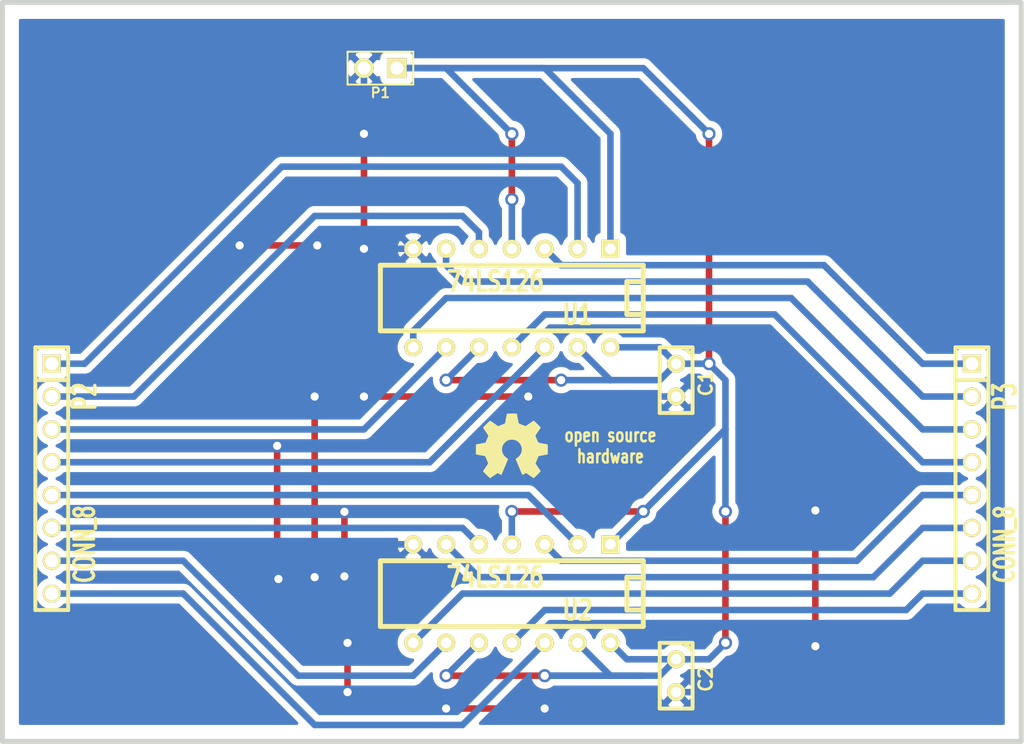
<source format=kicad_pcb>
(kicad_pcb (version 20171130) (host pcbnew 5.1.9+dfsg1-1)

  (general
    (thickness 1.6002)
    (drawings 6)
    (tracks 166)
    (zones 0)
    (modules 8)
    (nets 19)
  )

  (page A4)
  (title_block
    (date "25 aug 2013")
  )

  (layers
    (0 Front signal)
    (31 Back signal)
    (32 B.Adhes user)
    (33 F.Adhes user)
    (34 B.Paste user)
    (35 F.Paste user)
    (36 B.SilkS user)
    (37 F.SilkS user)
    (38 B.Mask user)
    (39 F.Mask user)
    (40 Dwgs.User user)
    (41 Cmts.User user)
    (42 Eco1.User user)
    (43 Eco2.User user)
    (44 Edge.Cuts user)
  )

  (setup
    (last_trace_width 0.508)
    (trace_clearance 0.254)
    (zone_clearance 0.508)
    (zone_45_only no)
    (trace_min 0.2032)
    (via_size 1.016)
    (via_drill 0.635)
    (via_min_size 0.889)
    (via_min_drill 0.508)
    (uvia_size 0.508)
    (uvia_drill 0.127)
    (uvias_allowed no)
    (uvia_min_size 0.508)
    (uvia_min_drill 0.127)
    (edge_width 0.381)
    (segment_width 0.381)
    (pcb_text_width 0.3048)
    (pcb_text_size 1.524 2.032)
    (mod_edge_width 0.381)
    (mod_text_size 1.524 1.524)
    (mod_text_width 0.3048)
    (pad_size 1.524 1.524)
    (pad_drill 1.016)
    (pad_to_mask_clearance 0.254)
    (aux_axis_origin 0 0)
    (visible_elements FFFFFF7F)
    (pcbplotparams
      (layerselection 0x01fff_ffffffff)
      (usegerberextensions true)
      (usegerberattributes true)
      (usegerberadvancedattributes true)
      (creategerberjobfile true)
      (excludeedgelayer true)
      (linewidth 0.150000)
      (plotframeref false)
      (viasonmask false)
      (mode 1)
      (useauxorigin false)
      (hpglpennumber 1)
      (hpglpenspeed 20)
      (hpglpendiameter 15.000000)
      (psnegative false)
      (psa4output false)
      (plotreference true)
      (plotvalue true)
      (plotinvisibletext false)
      (padsonsilk false)
      (subtractmaskfromsilk false)
      (outputformat 1)
      (mirror false)
      (drillshape 0)
      (scaleselection 1)
      (outputdirectory ""))
  )

  (net 0 "")
  (net 1 GND)
  (net 2 VCC)
  (net 3 "Net-(P2-Pad1)")
  (net 4 "Net-(P2-Pad2)")
  (net 5 "Net-(P2-Pad3)")
  (net 6 "Net-(P2-Pad4)")
  (net 7 "Net-(P2-Pad5)")
  (net 8 "Net-(P2-Pad6)")
  (net 9 "Net-(P2-Pad7)")
  (net 10 "Net-(P2-Pad8)")
  (net 11 "Net-(P3-Pad1)")
  (net 12 "Net-(P3-Pad2)")
  (net 13 "Net-(P3-Pad3)")
  (net 14 "Net-(P3-Pad4)")
  (net 15 "Net-(P3-Pad5)")
  (net 16 "Net-(P3-Pad6)")
  (net 17 "Net-(P3-Pad7)")
  (net 18 "Net-(P3-Pad8)")

  (net_class Default "This is the default net class."
    (clearance 0.254)
    (trace_width 0.508)
    (via_dia 1.016)
    (via_drill 0.635)
    (uvia_dia 0.508)
    (uvia_drill 0.127)
    (add_net GND)
    (add_net "Net-(P2-Pad1)")
    (add_net "Net-(P2-Pad2)")
    (add_net "Net-(P2-Pad3)")
    (add_net "Net-(P2-Pad4)")
    (add_net "Net-(P2-Pad5)")
    (add_net "Net-(P2-Pad6)")
    (add_net "Net-(P2-Pad7)")
    (add_net "Net-(P2-Pad8)")
    (add_net "Net-(P3-Pad1)")
    (add_net "Net-(P3-Pad2)")
    (add_net "Net-(P3-Pad3)")
    (add_net "Net-(P3-Pad4)")
    (add_net "Net-(P3-Pad5)")
    (add_net "Net-(P3-Pad6)")
    (add_net "Net-(P3-Pad7)")
    (add_net "Net-(P3-Pad8)")
    (add_net VCC)
  )

  (module "" (layer Front) (tedit 0) (tstamp 4F253484)
    (at 66.04 63.5)
    (fp_text reference G*** (at 0 2.95148) (layer F.SilkS) hide
      (effects (font (size 0.254 0.254) (thickness 0.0508)))
    )
    (fp_text value LOGO (at 0 -2.95148) (layer F.SilkS) hide
      (effects (font (size 0.254 0.254) (thickness 0.0508)))
    )
    (fp_poly (pts (xy -1.68656 2.49936) (xy -1.65608 2.48412) (xy -1.59258 2.44348) (xy -1.4986 2.38252)
      (xy -1.38938 2.30886) (xy -1.27762 2.23266) (xy -1.18872 2.1717) (xy -1.12522 2.13106)
      (xy -1.09728 2.11836) (xy -1.08458 2.12344) (xy -1.03124 2.14884) (xy -0.95504 2.18694)
      (xy -0.91186 2.2098) (xy -0.84074 2.24028) (xy -0.80772 2.24536) (xy -0.8001 2.23774)
      (xy -0.7747 2.1844) (xy -0.7366 2.09296) (xy -0.68326 1.97104) (xy -0.6223 1.83134)
      (xy -0.5588 1.67894) (xy -0.49276 1.524) (xy -0.4318 1.37414) (xy -0.37846 1.24206)
      (xy -0.33528 1.13284) (xy -0.3048 1.05918) (xy -0.29464 1.02616) (xy -0.29718 1.01854)
      (xy -0.33274 0.98552) (xy -0.3937 0.9398) (xy -0.52578 0.83312) (xy -0.65532 0.67056)
      (xy -0.73406 0.48514) (xy -0.762 0.28194) (xy -0.73914 0.09144) (xy -0.66294 -0.09144)
      (xy -0.53594 -0.254) (xy -0.38354 -0.37592) (xy -0.2032 -0.45466) (xy 0 -0.47752)
      (xy 0.19304 -0.4572) (xy 0.37846 -0.38354) (xy 0.54356 -0.25908) (xy 0.61214 -0.1778)
      (xy 0.70866 -0.0127) (xy 0.762 0.1651) (xy 0.76962 0.21082) (xy 0.75946 0.4064)
      (xy 0.70358 0.59182) (xy 0.59944 0.75946) (xy 0.4572 0.89662) (xy 0.43942 0.91186)
      (xy 0.37084 0.96012) (xy 0.32766 0.99568) (xy 0.2921 1.02362) (xy 0.54102 1.62306)
      (xy 0.58166 1.71704) (xy 0.65024 1.88214) (xy 0.70866 2.02184) (xy 0.75692 2.1336)
      (xy 0.78994 2.2098) (xy 0.80518 2.24028) (xy 0.80772 2.24028) (xy 0.82804 2.24536)
      (xy 0.87376 2.22758) (xy 0.95758 2.18694) (xy 1.01346 2.159) (xy 1.07696 2.12852)
      (xy 1.1049 2.11836) (xy 1.1303 2.13106) (xy 1.19126 2.16916) (xy 1.28016 2.23012)
      (xy 1.38684 2.30378) (xy 1.48844 2.37236) (xy 1.58242 2.43332) (xy 1.651 2.4765)
      (xy 1.68402 2.49428) (xy 1.6891 2.49428) (xy 1.71958 2.47904) (xy 1.77292 2.43332)
      (xy 1.8542 2.35712) (xy 1.97104 2.24282) (xy 1.98882 2.22504) (xy 2.0828 2.12852)
      (xy 2.159 2.04724) (xy 2.21234 1.99136) (xy 2.23012 1.96342) (xy 2.21234 1.9304)
      (xy 2.16916 1.86436) (xy 2.1082 1.76784) (xy 2.032 1.65608) (xy 1.83388 1.36906)
      (xy 1.9431 1.09728) (xy 1.97612 1.01346) (xy 2.0193 0.91186) (xy 2.04978 0.84074)
      (xy 2.06502 0.80772) (xy 2.0955 0.79756) (xy 2.16916 0.77978) (xy 2.27838 0.75692)
      (xy 2.40792 0.73406) (xy 2.52984 0.7112) (xy 2.63906 0.69088) (xy 2.72034 0.67564)
      (xy 2.7559 0.66802) (xy 2.76606 0.66294) (xy 2.77114 0.64516) (xy 2.77622 0.60706)
      (xy 2.77876 0.54102) (xy 2.7813 0.43434) (xy 2.7813 0.28194) (xy 2.7813 0.26416)
      (xy 2.77876 0.11684) (xy 2.77622 0.00254) (xy 2.77368 -0.07366) (xy 2.7686 -0.10414)
      (xy 2.73304 -0.11176) (xy 2.6543 -0.12954) (xy 2.54508 -0.14986) (xy 2.413 -0.17526)
      (xy 2.40284 -0.1778) (xy 2.2733 -0.2032) (xy 2.16154 -0.22606) (xy 2.08534 -0.24384)
      (xy 2.05232 -0.254) (xy 2.0447 -0.26416) (xy 2.0193 -0.31496) (xy 1.9812 -0.39624)
      (xy 1.93802 -0.4953) (xy 1.89484 -0.59944) (xy 1.85674 -0.69088) (xy 1.83134 -0.762)
      (xy 1.82372 -0.79248) (xy 1.82626 -0.79248) (xy 1.84404 -0.8255) (xy 1.88976 -0.89408)
      (xy 1.95326 -0.98806) (xy 2.032 -1.09982) (xy 2.03708 -1.10744) (xy 2.11328 -1.2192)
      (xy 2.17424 -1.31318) (xy 2.21488 -1.38176) (xy 2.23012 -1.41224) (xy 2.20472 -1.44526)
      (xy 2.14884 -1.50876) (xy 2.06756 -1.59512) (xy 1.9685 -1.69164) (xy 1.93802 -1.72212)
      (xy 1.83134 -1.8288) (xy 1.75514 -1.89738) (xy 1.70942 -1.93548) (xy 1.68656 -1.9431)
      (xy 1.68402 -1.9431) (xy 1.651 -1.92278) (xy 1.58242 -1.87706) (xy 1.4859 -1.81102)
      (xy 1.37414 -1.73482) (xy 1.36652 -1.72974) (xy 1.25476 -1.65354) (xy 1.16078 -1.59004)
      (xy 1.09474 -1.54686) (xy 1.0668 -1.52908) (xy 1.06172 -1.52908) (xy 1.016 -1.54432)
      (xy 0.93726 -1.57226) (xy 0.84074 -1.60782) (xy 0.7366 -1.651) (xy 0.64516 -1.6891)
      (xy 0.57404 -1.72212) (xy 0.54102 -1.7399) (xy 0.54102 -1.74244) (xy 0.52832 -1.78054)
      (xy 0.508 -1.86436) (xy 0.48514 -1.97866) (xy 0.45974 -2.11582) (xy 0.45466 -2.13868)
      (xy 0.42926 -2.27076) (xy 0.40894 -2.37998) (xy 0.3937 -2.45618) (xy 0.38608 -2.48666)
      (xy 0.36576 -2.49174) (xy 0.30226 -2.49682) (xy 0.2032 -2.49936) (xy 0.08382 -2.49936)
      (xy -0.04064 -2.49936) (xy -0.1651 -2.49682) (xy -0.26924 -2.49174) (xy -0.34544 -2.48666)
      (xy -0.37592 -2.48158) (xy -0.37592 -2.47904) (xy -0.38862 -2.4384) (xy -0.4064 -2.35458)
      (xy -0.42926 -2.24028) (xy -0.4572 -2.10312) (xy -0.46228 -2.07772) (xy -0.48514 -1.94564)
      (xy -0.508 -1.83896) (xy -0.52324 -1.76276) (xy -0.5334 -1.73482) (xy -0.54356 -1.7272)
      (xy -0.59944 -1.70434) (xy -0.68834 -1.66624) (xy -0.79756 -1.62306) (xy -1.05156 -1.51892)
      (xy -1.36398 -1.73482) (xy -1.39446 -1.7526) (xy -1.50622 -1.8288) (xy -1.59766 -1.8923)
      (xy -1.66116 -1.93294) (xy -1.6891 -1.94818) (xy -1.69164 -1.94564) (xy -1.72212 -1.92024)
      (xy -1.78308 -1.86182) (xy -1.86944 -1.778) (xy -1.96596 -1.68148) (xy -2.03962 -1.60782)
      (xy -2.12598 -1.52146) (xy -2.17932 -1.46304) (xy -2.2098 -1.42494) (xy -2.21996 -1.40208)
      (xy -2.21742 -1.38684) (xy -2.1971 -1.35382) (xy -2.15138 -1.28524) (xy -2.08788 -1.19126)
      (xy -2.01168 -1.0795) (xy -1.94818 -0.98806) (xy -1.88214 -0.88392) (xy -1.83642 -0.80772)
      (xy -1.82118 -0.77216) (xy -1.82626 -0.75692) (xy -1.84658 -0.69596) (xy -1.88468 -0.60198)
      (xy -1.9304 -0.49276) (xy -2.03962 -0.24638) (xy -2.20218 -0.21336) (xy -2.30124 -0.19558)
      (xy -2.4384 -0.17018) (xy -2.56794 -0.14478) (xy -2.77368 -0.10414) (xy -2.7813 0.6477)
      (xy -2.75082 0.66294) (xy -2.72034 0.67056) (xy -2.64414 0.68834) (xy -2.53492 0.70866)
      (xy -2.40792 0.73406) (xy -2.2987 0.75438) (xy -2.18694 0.7747) (xy -2.1082 0.78994)
      (xy -2.07264 0.79756) (xy -2.06502 0.80772) (xy -2.03708 0.86106) (xy -1.99898 0.94742)
      (xy -1.9558 1.04902) (xy -1.91008 1.15316) (xy -1.87198 1.25222) (xy -1.84404 1.32588)
      (xy -1.83388 1.36398) (xy -1.84912 1.39192) (xy -1.8923 1.45796) (xy -1.95326 1.5494)
      (xy -2.02692 1.65862) (xy -2.10058 1.76784) (xy -2.16408 1.86182) (xy -2.20726 1.92786)
      (xy -2.22758 1.95834) (xy -2.21742 1.9812) (xy -2.17424 2.032) (xy -2.09042 2.11836)
      (xy -1.9685 2.24028) (xy -1.94818 2.25806) (xy -1.85166 2.35204) (xy -1.76784 2.42824)
      (xy -1.71196 2.47904) (xy -1.68656 2.49936)) (layer F.SilkS) (width 0.00254))
  )

  (module C1 (layer Front) (tedit 3F92C496) (tstamp 4F1AB57E)
    (at 78.74 58.42 270)
    (descr "Condensateur e = 1 pas")
    (tags C)
    (path /4F1AB050)
    (fp_text reference C1 (at 0.254 -2.286 270) (layer F.SilkS)
      (effects (font (size 1.016 1.016) (thickness 0.2032)))
    )
    (fp_text value 1uF (at 0 -2.286 270) (layer F.SilkS) hide
      (effects (font (size 1.016 1.016) (thickness 0.2032)))
    )
    (fp_line (start -2.4892 -1.27) (end 2.54 -1.27) (layer F.SilkS) (width 0.3048))
    (fp_line (start 2.54 -1.27) (end 2.54 1.27) (layer F.SilkS) (width 0.3048))
    (fp_line (start 2.54 1.27) (end -2.54 1.27) (layer F.SilkS) (width 0.3048))
    (fp_line (start -2.54 1.27) (end -2.54 -1.27) (layer F.SilkS) (width 0.3048))
    (fp_line (start -2.54 -0.635) (end -1.905 -1.27) (layer F.SilkS) (width 0.3048))
    (pad 1 thru_hole circle (at -1.27 0 270) (size 1.397 1.397) (drill 0.8128) (layers *.Cu *.Mask F.SilkS)
      (net 2 VCC))
    (pad 2 thru_hole circle (at 1.27 0 270) (size 1.397 1.397) (drill 0.8128) (layers *.Cu *.Mask F.SilkS)
      (net 1 GND))
    (model discret/capa_1_pas.wrl
      (at (xyz 0 0 0))
      (scale (xyz 1 1 1))
      (rotate (xyz 0 0 0))
    )
  )

  (module C1 (layer Front) (tedit 3F92C496) (tstamp 4F1AB580)
    (at 78.74 81.28 270)
    (descr "Condensateur e = 1 pas")
    (tags C)
    (path /4F1AB05F)
    (fp_text reference C2 (at 0.254 -2.286 270) (layer F.SilkS)
      (effects (font (size 1.016 1.016) (thickness 0.2032)))
    )
    (fp_text value 1uF (at 0 -2.286 270) (layer F.SilkS) hide
      (effects (font (size 1.016 1.016) (thickness 0.2032)))
    )
    (fp_line (start -2.4892 -1.27) (end 2.54 -1.27) (layer F.SilkS) (width 0.3048))
    (fp_line (start 2.54 -1.27) (end 2.54 1.27) (layer F.SilkS) (width 0.3048))
    (fp_line (start 2.54 1.27) (end -2.54 1.27) (layer F.SilkS) (width 0.3048))
    (fp_line (start -2.54 1.27) (end -2.54 -1.27) (layer F.SilkS) (width 0.3048))
    (fp_line (start -2.54 -0.635) (end -1.905 -1.27) (layer F.SilkS) (width 0.3048))
    (pad 1 thru_hole circle (at -1.27 0 270) (size 1.397 1.397) (drill 0.8128) (layers *.Cu *.Mask F.SilkS)
      (net 2 VCC))
    (pad 2 thru_hole circle (at 1.27 0 270) (size 1.397 1.397) (drill 0.8128) (layers *.Cu *.Mask F.SilkS)
      (net 1 GND))
    (model discret/capa_1_pas.wrl
      (at (xyz 0 0 0))
      (scale (xyz 1 1 1))
      (rotate (xyz 0 0 0))
    )
  )

  (module DIP-14__300 (layer Front) (tedit 200000) (tstamp 4F1AB57B)
    (at 66.04 52.07 180)
    (descr "14 pins DIL package, round pads")
    (tags DIL)
    (path /4F1AAAD9)
    (fp_text reference U1 (at -5.08 -1.27 180) (layer F.SilkS)
      (effects (font (size 1.524 1.143) (thickness 0.28702)))
    )
    (fp_text value 74LS126 (at 1.27 1.27 180) (layer F.SilkS)
      (effects (font (size 1.524 1.143) (thickness 0.28702)))
    )
    (fp_line (start -10.16 -2.54) (end 10.16 -2.54) (layer F.SilkS) (width 0.381))
    (fp_line (start 10.16 2.54) (end -10.16 2.54) (layer F.SilkS) (width 0.381))
    (fp_line (start -10.16 2.54) (end -10.16 -2.54) (layer F.SilkS) (width 0.381))
    (fp_line (start -10.16 -1.27) (end -8.89 -1.27) (layer F.SilkS) (width 0.381))
    (fp_line (start -8.89 -1.27) (end -8.89 1.27) (layer F.SilkS) (width 0.381))
    (fp_line (start -8.89 1.27) (end -10.16 1.27) (layer F.SilkS) (width 0.381))
    (fp_line (start 10.16 -2.54) (end 10.16 2.54) (layer F.SilkS) (width 0.381))
    (pad 1 thru_hole rect (at -7.62 3.81 180) (size 1.397 1.397) (drill 0.8128) (layers *.Cu *.Mask F.SilkS)
      (net 2 VCC))
    (pad 2 thru_hole circle (at -5.08 3.81 180) (size 1.397 1.397) (drill 0.8128) (layers *.Cu *.Mask F.SilkS)
      (net 3 "Net-(P2-Pad1)"))
    (pad 3 thru_hole circle (at -2.54 3.81 180) (size 1.397 1.397) (drill 0.8128) (layers *.Cu *.Mask F.SilkS)
      (net 11 "Net-(P3-Pad1)"))
    (pad 4 thru_hole circle (at 0 3.81 180) (size 1.397 1.397) (drill 0.8128) (layers *.Cu *.Mask F.SilkS)
      (net 2 VCC))
    (pad 5 thru_hole circle (at 2.54 3.81 180) (size 1.397 1.397) (drill 0.8128) (layers *.Cu *.Mask F.SilkS)
      (net 4 "Net-(P2-Pad2)"))
    (pad 6 thru_hole circle (at 5.08 3.81 180) (size 1.397 1.397) (drill 0.8128) (layers *.Cu *.Mask F.SilkS)
      (net 12 "Net-(P3-Pad2)"))
    (pad 7 thru_hole circle (at 7.62 3.81 180) (size 1.397 1.397) (drill 0.8128) (layers *.Cu *.Mask F.SilkS)
      (net 1 GND))
    (pad 8 thru_hole circle (at 7.62 -3.81 180) (size 1.397 1.397) (drill 0.8128) (layers *.Cu *.Mask F.SilkS)
      (net 13 "Net-(P3-Pad3)"))
    (pad 9 thru_hole circle (at 5.08 -3.81 180) (size 1.397 1.397) (drill 0.8128) (layers *.Cu *.Mask F.SilkS)
      (net 5 "Net-(P2-Pad3)"))
    (pad 10 thru_hole circle (at 2.54 -3.81 180) (size 1.397 1.397) (drill 0.8128) (layers *.Cu *.Mask F.SilkS)
      (net 2 VCC))
    (pad 11 thru_hole circle (at 0 -3.81 180) (size 1.397 1.397) (drill 0.8128) (layers *.Cu *.Mask F.SilkS)
      (net 14 "Net-(P3-Pad4)"))
    (pad 12 thru_hole circle (at -2.54 -3.81 180) (size 1.397 1.397) (drill 0.8128) (layers *.Cu *.Mask F.SilkS)
      (net 6 "Net-(P2-Pad4)"))
    (pad 13 thru_hole circle (at -5.08 -3.81 180) (size 1.397 1.397) (drill 0.8128) (layers *.Cu *.Mask F.SilkS)
      (net 2 VCC))
    (pad 14 thru_hole circle (at -7.62 -3.81 180) (size 1.397 1.397) (drill 0.8128) (layers *.Cu *.Mask F.SilkS)
      (net 2 VCC))
    (model dil/dil_14.wrl
      (at (xyz 0 0 0))
      (scale (xyz 1 1 1))
      (rotate (xyz 0 0 0))
    )
  )

  (module DIP-14__300 (layer Front) (tedit 200000) (tstamp 4F1AC5F8)
    (at 66.04 74.93 180)
    (descr "14 pins DIL package, round pads")
    (tags DIL)
    (path /4F1AAAE4)
    (fp_text reference U2 (at -5.08 -1.27 180) (layer F.SilkS)
      (effects (font (size 1.524 1.143) (thickness 0.28702)))
    )
    (fp_text value 74LS126 (at 1.27 1.27 180) (layer F.SilkS)
      (effects (font (size 1.524 1.143) (thickness 0.28702)))
    )
    (fp_line (start -10.16 -2.54) (end 10.16 -2.54) (layer F.SilkS) (width 0.381))
    (fp_line (start 10.16 2.54) (end -10.16 2.54) (layer F.SilkS) (width 0.381))
    (fp_line (start -10.16 2.54) (end -10.16 -2.54) (layer F.SilkS) (width 0.381))
    (fp_line (start -10.16 -1.27) (end -8.89 -1.27) (layer F.SilkS) (width 0.381))
    (fp_line (start -8.89 -1.27) (end -8.89 1.27) (layer F.SilkS) (width 0.381))
    (fp_line (start -8.89 1.27) (end -10.16 1.27) (layer F.SilkS) (width 0.381))
    (fp_line (start 10.16 -2.54) (end 10.16 2.54) (layer F.SilkS) (width 0.381))
    (pad 1 thru_hole rect (at -7.62 3.81 180) (size 1.397 1.397) (drill 0.8128) (layers *.Cu *.Mask F.SilkS)
      (net 2 VCC))
    (pad 2 thru_hole circle (at -5.08 3.81 180) (size 1.397 1.397) (drill 0.8128) (layers *.Cu *.Mask F.SilkS)
      (net 7 "Net-(P2-Pad5)"))
    (pad 3 thru_hole circle (at -2.54 3.81 180) (size 1.397 1.397) (drill 0.8128) (layers *.Cu *.Mask F.SilkS)
      (net 15 "Net-(P3-Pad5)"))
    (pad 4 thru_hole circle (at 0 3.81 180) (size 1.397 1.397) (drill 0.8128) (layers *.Cu *.Mask F.SilkS)
      (net 2 VCC))
    (pad 5 thru_hole circle (at 2.54 3.81 180) (size 1.397 1.397) (drill 0.8128) (layers *.Cu *.Mask F.SilkS)
      (net 8 "Net-(P2-Pad6)"))
    (pad 6 thru_hole circle (at 5.08 3.81 180) (size 1.397 1.397) (drill 0.8128) (layers *.Cu *.Mask F.SilkS)
      (net 16 "Net-(P3-Pad6)"))
    (pad 7 thru_hole circle (at 7.62 3.81 180) (size 1.397 1.397) (drill 0.8128) (layers *.Cu *.Mask F.SilkS)
      (net 1 GND))
    (pad 8 thru_hole circle (at 7.62 -3.81 180) (size 1.397 1.397) (drill 0.8128) (layers *.Cu *.Mask F.SilkS)
      (net 17 "Net-(P3-Pad7)"))
    (pad 9 thru_hole circle (at 5.08 -3.81 180) (size 1.397 1.397) (drill 0.8128) (layers *.Cu *.Mask F.SilkS)
      (net 9 "Net-(P2-Pad7)"))
    (pad 10 thru_hole circle (at 2.54 -3.81 180) (size 1.397 1.397) (drill 0.8128) (layers *.Cu *.Mask F.SilkS)
      (net 2 VCC))
    (pad 11 thru_hole circle (at 0 -3.81 180) (size 1.397 1.397) (drill 0.8128) (layers *.Cu *.Mask F.SilkS)
      (net 18 "Net-(P3-Pad8)"))
    (pad 12 thru_hole circle (at -2.54 -3.81 180) (size 1.397 1.397) (drill 0.8128) (layers *.Cu *.Mask F.SilkS)
      (net 10 "Net-(P2-Pad8)"))
    (pad 13 thru_hole circle (at -5.08 -3.81 180) (size 1.397 1.397) (drill 0.8128) (layers *.Cu *.Mask F.SilkS)
      (net 2 VCC))
    (pad 14 thru_hole circle (at -7.62 -3.81 180) (size 1.397 1.397) (drill 0.8128) (layers *.Cu *.Mask F.SilkS)
      (net 2 VCC))
    (model dil/dil_14.wrl
      (at (xyz 0 0 0))
      (scale (xyz 1 1 1))
      (rotate (xyz 0 0 0))
    )
  )

  (module PIN_ARRAY_2X1 (layer Front) (tedit 4565C520) (tstamp 4F1AB7C7)
    (at 55.88 34.29 180)
    (descr "Connecteurs 2 pins")
    (tags "CONN DEV")
    (path /4F1AAEFA)
    (fp_text reference P1 (at 0 -1.905 180) (layer F.SilkS)
      (effects (font (size 0.762 0.762) (thickness 0.1524)))
    )
    (fp_text value CONN_2 (at 0 -1.905 180) (layer F.SilkS) hide
      (effects (font (size 0.762 0.762) (thickness 0.1524)))
    )
    (fp_line (start -2.54 1.27) (end -2.54 -1.27) (layer F.SilkS) (width 0.1524))
    (fp_line (start -2.54 -1.27) (end 2.54 -1.27) (layer F.SilkS) (width 0.1524))
    (fp_line (start 2.54 -1.27) (end 2.54 1.27) (layer F.SilkS) (width 0.1524))
    (fp_line (start 2.54 1.27) (end -2.54 1.27) (layer F.SilkS) (width 0.1524))
    (pad 1 thru_hole rect (at -1.27 0 180) (size 1.524 1.524) (drill 1.016) (layers *.Cu *.Mask F.SilkS)
      (net 2 VCC))
    (pad 2 thru_hole circle (at 1.27 0 180) (size 1.524 1.524) (drill 1.016) (layers *.Cu *.Mask F.SilkS)
      (net 1 GND))
    (model pin_array/pins_array_2x1.wrl
      (at (xyz 0 0 0))
      (scale (xyz 1 1 1))
      (rotate (xyz 0 0 0))
    )
  )

  (module PIN_ARRAY_8x1 (layer Front) (tedit 4F252C28) (tstamp 4F1AB5A9)
    (at 30.48 66.04 270)
    (descr "Connecteur 8 pins")
    (tags "CONN DEV")
    (path /4F1AAB5B)
    (fp_text reference P2 (at -6.35 -2.54 270) (layer F.SilkS)
      (effects (font (size 1.72974 1.08712) (thickness 0.27178)))
    )
    (fp_text value CONN_8 (at 5.08 -2.54 270) (layer F.SilkS)
      (effects (font (size 1.524 1.016) (thickness 0.254)))
    )
    (fp_line (start -10.16 -1.27) (end 10.16 -1.27) (layer F.SilkS) (width 0.3048))
    (fp_line (start 10.16 -1.27) (end 10.16 1.27) (layer F.SilkS) (width 0.3048))
    (fp_line (start 10.16 1.27) (end -10.16 1.27) (layer F.SilkS) (width 0.3048))
    (fp_line (start -10.16 1.27) (end -10.16 -1.27) (layer F.SilkS) (width 0.3048))
    (fp_line (start -7.62 1.27) (end -7.62 -1.27) (layer F.SilkS) (width 0.3048))
    (pad 1 thru_hole rect (at -8.89 0 270) (size 1.397 1.397) (drill 1.016) (layers *.Cu *.Mask F.SilkS)
      (net 3 "Net-(P2-Pad1)"))
    (pad 2 thru_hole circle (at -6.35 0 270) (size 1.397 1.397) (drill 1.016) (layers *.Cu *.Mask F.SilkS)
      (net 4 "Net-(P2-Pad2)"))
    (pad 3 thru_hole circle (at -3.81 0 270) (size 1.397 1.397) (drill 1.016) (layers *.Cu *.Mask F.SilkS)
      (net 5 "Net-(P2-Pad3)"))
    (pad 4 thru_hole circle (at -1.27 0 270) (size 1.397 1.397) (drill 1.016) (layers *.Cu *.Mask F.SilkS)
      (net 6 "Net-(P2-Pad4)"))
    (pad 5 thru_hole circle (at 1.27 0 270) (size 1.397 1.397) (drill 1.016) (layers *.Cu *.Mask F.SilkS)
      (net 7 "Net-(P2-Pad5)"))
    (pad 6 thru_hole circle (at 3.81 0 270) (size 1.397 1.397) (drill 1.016) (layers *.Cu *.Mask F.SilkS)
      (net 8 "Net-(P2-Pad6)"))
    (pad 7 thru_hole circle (at 6.35 0 270) (size 1.397 1.397) (drill 1.016) (layers *.Cu *.Mask F.SilkS)
      (net 9 "Net-(P2-Pad7)"))
    (pad 8 thru_hole circle (at 8.89 0 270) (size 1.397 1.397) (drill 1.016) (layers *.Cu *.Mask F.SilkS)
      (net 10 "Net-(P2-Pad8)"))
  )

  (module PIN_ARRAY_8x1 (layer Front) (tedit 4F252C28) (tstamp 4F1AB579)
    (at 101.6 66.04 270)
    (descr "Connecteur 8 pins")
    (tags "CONN DEV")
    (path /4F1AAB70)
    (fp_text reference P3 (at -6.35 -2.54 270) (layer F.SilkS)
      (effects (font (size 1.72974 1.08712) (thickness 0.27178)))
    )
    (fp_text value CONN_8 (at 5.08 -2.54 270) (layer F.SilkS)
      (effects (font (size 1.524 1.016) (thickness 0.254)))
    )
    (fp_line (start -10.16 -1.27) (end 10.16 -1.27) (layer F.SilkS) (width 0.3048))
    (fp_line (start 10.16 -1.27) (end 10.16 1.27) (layer F.SilkS) (width 0.3048))
    (fp_line (start 10.16 1.27) (end -10.16 1.27) (layer F.SilkS) (width 0.3048))
    (fp_line (start -10.16 1.27) (end -10.16 -1.27) (layer F.SilkS) (width 0.3048))
    (fp_line (start -7.62 1.27) (end -7.62 -1.27) (layer F.SilkS) (width 0.3048))
    (pad 1 thru_hole rect (at -8.89 0 270) (size 1.397 1.397) (drill 1.016) (layers *.Cu *.Mask F.SilkS)
      (net 11 "Net-(P3-Pad1)"))
    (pad 2 thru_hole circle (at -6.35 0 270) (size 1.397 1.397) (drill 1.016) (layers *.Cu *.Mask F.SilkS)
      (net 12 "Net-(P3-Pad2)"))
    (pad 3 thru_hole circle (at -3.81 0 270) (size 1.397 1.397) (drill 1.016) (layers *.Cu *.Mask F.SilkS)
      (net 13 "Net-(P3-Pad3)"))
    (pad 4 thru_hole circle (at -1.27 0 270) (size 1.397 1.397) (drill 1.016) (layers *.Cu *.Mask F.SilkS)
      (net 14 "Net-(P3-Pad4)"))
    (pad 5 thru_hole circle (at 1.27 0 270) (size 1.397 1.397) (drill 1.016) (layers *.Cu *.Mask F.SilkS)
      (net 15 "Net-(P3-Pad5)"))
    (pad 6 thru_hole circle (at 3.81 0 270) (size 1.397 1.397) (drill 1.016) (layers *.Cu *.Mask F.SilkS)
      (net 16 "Net-(P3-Pad6)"))
    (pad 7 thru_hole circle (at 6.35 0 270) (size 1.397 1.397) (drill 1.016) (layers *.Cu *.Mask F.SilkS)
      (net 17 "Net-(P3-Pad7)"))
    (pad 8 thru_hole circle (at 8.89 0 270) (size 1.397 1.397) (drill 1.016) (layers *.Cu *.Mask F.SilkS)
      (net 18 "Net-(P3-Pad8)"))
  )

  (gr_line (start 26.67 86.36) (end 27.94 86.36) (angle 90) (layer Edge.Cuts) (width 0.381))
  (gr_line (start 26.67 29.21) (end 26.67 86.36) (angle 90) (layer Edge.Cuts) (width 0.381))
  (gr_line (start 105.41 29.21) (end 26.67 29.21) (angle 90) (layer Edge.Cuts) (width 0.381))
  (gr_line (start 105.41 86.36) (end 105.41 29.21) (angle 90) (layer Edge.Cuts) (width 0.381))
  (gr_line (start 27.94 86.36) (end 105.41 86.36) (angle 90) (layer Edge.Cuts) (width 0.381))
  (gr_text "open source\nhardware" (at 73.66 63.5) (layer F.SilkS)
    (effects (font (size 1.016 0.762) (thickness 0.1905)))
  )

  (segment (start 50.8 59.69) (end 50.8 48.20158) (width 0.508) (layer Back) (net 1))
  (via (at 45.00118 48.00092) (size 1.016) (layers Front Back) (net 1))
  (segment (start 51.00066 48.00092) (end 45.00118 48.00092) (width 0.508) (layer Front) (net 1))
  (via (at 51.00066 48.00092) (size 1.016) (layers Front Back) (net 1))
  (segment (start 50.8 48.20158) (end 51.00066 48.00092) (width 0.508) (layer Back) (net 1))
  (segment (start 53.10124 73.59904) (end 50.86096 73.59904) (width 0.508) (layer Back) (net 1))
  (segment (start 53.10124 68.60032) (end 53.10124 73.59904) (width 0.508) (layer Front) (net 1))
  (via (at 53.10124 68.60032) (size 1.016) (layers Front Back) (net 1))
  (via (at 53.10124 73.59904) (size 1.016) (layers Front Back) (net 1))
  (segment (start 47.89932 73.6981) (end 48.00092 73.7997) (width 0.508) (layer Front) (net 1))
  (segment (start 47.89932 73.6981) (end 47.89932 63.5) (width 0.508) (layer Front) (net 1))
  (via (at 47.89932 63.5) (size 1.016) (layers Front Back) (net 1))
  (via (at 48.00092 73.7997) (size 1.016) (layers Front Back) (net 1))
  (segment (start 50.6603 73.7997) (end 48.00092 73.7997) (width 0.508) (layer Back) (net 1))
  (segment (start 50.86096 73.59904) (end 50.6603 73.7997) (width 0.508) (layer Back) (net 1))
  (segment (start 89.49944 78.99908) (end 89.49944 81.0006) (width 0.508) (layer Back) (net 1))
  (segment (start 89.49944 68.50126) (end 89.49944 78.99908) (width 0.508) (layer Front) (net 1))
  (via (at 89.49944 68.50126) (size 1.016) (layers Front Back) (net 1))
  (via (at 89.49944 78.99908) (size 1.016) (layers Front Back) (net 1))
  (segment (start 87.95004 82.55) (end 78.74 82.55) (width 0.508) (layer Back) (net 1) (status 800000))
  (segment (start 89.49944 81.0006) (end 87.95004 82.55) (width 0.508) (layer Back) (net 1))
  (via (at 53.34 82.55) (size 1.016) (layers Front Back) (net 1))
  (segment (start 60.96 83.82) (end 68.58 83.82) (width 0.508) (layer Front) (net 1))
  (segment (start 53.34 71.12) (end 50.8 73.66) (width 0.508) (layer Back) (net 1))
  (segment (start 54.61 48.26) (end 50.8 52.07) (width 0.508) (layer Back) (net 1))
  (segment (start 77.47 83.82) (end 78.74 82.55) (width 0.508) (layer Back) (net 1) (status 800000))
  (segment (start 68.58 83.82) (end 77.47 83.82) (width 0.508) (layer Back) (net 1))
  (via (at 68.58 83.82) (size 1.016) (layers Front Back) (net 1))
  (via (at 50.8 73.66) (size 1.016) (layers Front Back) (net 1))
  (via (at 60.96 83.82) (size 1.016) (layers Front Back) (net 1))
  (segment (start 54.61 83.82) (end 60.96 83.82) (width 0.508) (layer Back) (net 1))
  (segment (start 53.34 82.55) (end 54.61 83.82) (width 0.508) (layer Back) (net 1))
  (segment (start 54.61 48.26) (end 53.34 49.53) (width 0.508) (layer Back) (net 1))
  (segment (start 53.34 78.74) (end 53.34 82.55) (width 0.508) (layer Front) (net 1))
  (via (at 53.34 78.74) (size 1.016) (layers Front Back) (net 1))
  (segment (start 53.34 76.2) (end 53.34 78.74) (width 0.508) (layer Back) (net 1))
  (segment (start 50.8 73.66) (end 53.34 76.2) (width 0.508) (layer Back) (net 1))
  (segment (start 50.8 59.69) (end 50.8 73.66) (width 0.508) (layer Front) (net 1))
  (via (at 50.8 59.69) (size 1.016) (layers Front Back) (net 1))
  (via (at 67.31 59.69) (size 1.016) (layers Front Back) (net 1))
  (segment (start 67.31 59.69) (end 54.61 59.69) (width 0.508) (layer Front) (net 1))
  (via (at 54.61 59.69) (size 1.016) (layers Front Back) (net 1))
  (segment (start 67.31 59.69) (end 78.74 59.69) (width 0.508) (layer Back) (net 1) (status 800000))
  (segment (start 53.34 58.42) (end 54.61 59.69) (width 0.508) (layer Back) (net 1))
  (segment (start 53.34 49.53) (end 53.34 58.42) (width 0.508) (layer Back) (net 1))
  (segment (start 54.61 34.29) (end 54.61 39.37) (width 0.508) (layer Back) (net 1) (status 400000))
  (via (at 54.61 48.26) (size 1.016) (layers Front Back) (net 1))
  (segment (start 54.61 48.26) (end 54.61 39.37) (width 0.508) (layer Front) (net 1))
  (via (at 54.61 39.37) (size 1.016) (layers Front Back) (net 1))
  (segment (start 54.61 48.26) (end 58.42 48.26) (width 0.508) (layer Back) (net 1) (status 800000))
  (segment (start 58.42 71.12) (end 53.34 71.12) (width 0.508) (layer Back) (net 1) (status 400000))
  (segment (start 50.8 52.07) (end 50.8 59.69) (width 0.508) (layer Back) (net 1))
  (segment (start 60.96 81.28) (end 68.58 81.28) (width 0.508) (layer Front) (net 2))
  (segment (start 77.47 80.01) (end 78.74 80.01) (width 0.508) (layer Back) (net 2) (status 800000))
  (via (at 68.58 81.28) (size 1.016) (layers Front Back) (net 2))
  (segment (start 78.74 80.01) (end 74.93 80.01) (width 0.508) (layer Back) (net 2) (status 400000))
  (segment (start 68.58 81.28) (end 73.66 81.28) (width 0.508) (layer Back) (net 2))
  (segment (start 73.66 81.28) (end 76.2 81.28) (width 0.508) (layer Back) (net 2))
  (segment (start 73.66 71.12) (end 76.2 68.58) (width 0.508) (layer Back) (net 2) (status 400000))
  (via (at 60.96 81.28) (size 1.016) (layers Front Back) (net 2))
  (segment (start 63.5 78.74) (end 60.96 81.28) (width 0.508) (layer Back) (net 2) (status 400000))
  (segment (start 71.12 78.74) (end 73.66 81.28) (width 0.508) (layer Back) (net 2) (status 400000))
  (segment (start 77.47 81.28) (end 68.58 81.28) (width 0.508) (layer Back) (net 2))
  (segment (start 78.74 80.01) (end 77.47 81.28) (width 0.508) (layer Back) (net 2) (status 400000))
  (segment (start 82.55 62.23) (end 82.55 68.58) (width 0.508) (layer Back) (net 2))
  (segment (start 74.93 80.01) (end 73.66 78.74) (width 0.508) (layer Back) (net 2) (status 800000))
  (segment (start 76.2 68.58) (end 66.04 68.58) (width 0.508) (layer Front) (net 2))
  (segment (start 81.28 80.01) (end 78.74 80.01) (width 0.508) (layer Back) (net 2) (status 800000))
  (segment (start 82.55 78.74) (end 81.28 80.01) (width 0.508) (layer Back) (net 2))
  (via (at 82.55 78.74) (size 1.016) (layers Front Back) (net 2))
  (segment (start 82.55 68.58) (end 82.55 78.74) (width 0.508) (layer Front) (net 2))
  (via (at 82.55 68.58) (size 1.016) (layers Front Back) (net 2))
  (segment (start 76.2 68.58) (end 81.28 63.5) (width 0.508) (layer Back) (net 2))
  (segment (start 82.55 58.42) (end 81.28 57.15) (width 0.508) (layer Back) (net 2))
  (segment (start 82.55 62.23) (end 82.55 58.42) (width 0.508) (layer Back) (net 2))
  (segment (start 81.28 63.5) (end 82.55 62.23) (width 0.508) (layer Back) (net 2))
  (via (at 66.04 68.58) (size 1.016) (layers Front Back) (net 2))
  (segment (start 66.04 68.58) (end 66.04 71.12) (width 0.508) (layer Back) (net 2) (status 800000))
  (via (at 76.2 68.58) (size 1.016) (layers Front Back) (net 2))
  (segment (start 78.74 57.15) (end 81.28 57.15) (width 0.508) (layer Back) (net 2) (status 400000))
  (segment (start 73.66 39.37) (end 68.58 34.29) (width 0.508) (layer Back) (net 2))
  (segment (start 73.66 48.26) (end 73.66 39.37) (width 0.508) (layer Back) (net 2) (status 400000))
  (segment (start 60.96 34.29) (end 57.15 34.29) (width 0.508) (layer Back) (net 2) (status 800000))
  (segment (start 68.58 34.29) (end 57.15 34.29) (width 0.508) (layer Back) (net 2) (status 800000))
  (segment (start 66.04 39.37) (end 60.96 34.29) (width 0.508) (layer Back) (net 2))
  (segment (start 77.47 58.42) (end 78.74 57.15) (width 0.508) (layer Back) (net 2) (status 800000))
  (via (at 81.28 57.15) (size 1.016) (layers Front Back) (net 2))
  (segment (start 76.2 34.29) (end 57.15 34.29) (width 0.508) (layer Back) (net 2) (status 800000))
  (segment (start 81.28 39.37) (end 76.2 34.29) (width 0.508) (layer Back) (net 2))
  (via (at 81.28 39.37) (size 1.016) (layers Front Back) (net 2))
  (segment (start 81.28 57.15) (end 81.28 39.37) (width 0.508) (layer Front) (net 2))
  (segment (start 73.66 55.88) (end 77.47 55.88) (width 0.508) (layer Back) (net 2) (status 400000))
  (segment (start 66.04 48.26) (end 66.04 44.45) (width 0.508) (layer Back) (net 2) (status 400000))
  (via (at 66.04 39.37) (size 1.016) (layers Front Back) (net 2))
  (segment (start 66.04 44.45) (end 66.04 39.37) (width 0.508) (layer Front) (net 2))
  (via (at 66.04 44.45) (size 1.016) (layers Front Back) (net 2))
  (segment (start 63.5 55.88) (end 60.96 58.42) (width 0.508) (layer Back) (net 2) (status 400000))
  (segment (start 69.85 58.42) (end 73.66 58.42) (width 0.508) (layer Back) (net 2))
  (via (at 69.85 58.42) (size 1.016) (layers Front Back) (net 2))
  (segment (start 60.96 58.42) (end 69.85 58.42) (width 0.508) (layer Front) (net 2))
  (via (at 60.96 58.42) (size 1.016) (layers Front Back) (net 2))
  (segment (start 73.66 58.42) (end 77.47 58.42) (width 0.508) (layer Back) (net 2))
  (segment (start 71.12 55.88) (end 73.66 58.42) (width 0.508) (layer Back) (net 2) (status 400000))
  (segment (start 77.47 55.88) (end 78.74 57.15) (width 0.508) (layer Back) (net 2) (status 800000))
  (segment (start 48.26 41.91) (end 39.37 50.8) (width 0.508) (layer Back) (net 3))
  (segment (start 39.37 50.8) (end 33.02 57.15) (width 0.508) (layer Back) (net 3))
  (segment (start 69.85 41.91) (end 48.26 41.91) (width 0.508) (layer Back) (net 3))
  (segment (start 71.12 48.26) (end 71.12 43.18) (width 0.508) (layer Back) (net 3) (status 400000))
  (segment (start 33.02 57.15) (end 30.48 57.15) (width 0.508) (layer Back) (net 3) (status 800000))
  (segment (start 71.12 43.18) (end 69.85 41.91) (width 0.508) (layer Back) (net 3))
  (segment (start 43.18 53.34) (end 36.83 59.69) (width 0.508) (layer Back) (net 4))
  (segment (start 63.5 46.99) (end 62.23 45.72) (width 0.508) (layer Back) (net 4))
  (segment (start 62.23 45.72) (end 50.8 45.72) (width 0.508) (layer Back) (net 4))
  (segment (start 50.8 45.72) (end 43.18 53.34) (width 0.508) (layer Back) (net 4))
  (segment (start 63.5 48.26) (end 63.5 46.99) (width 0.508) (layer Back) (net 4) (status 400000))
  (segment (start 36.83 59.69) (end 30.48 59.69) (width 0.508) (layer Back) (net 4) (status 800000))
  (segment (start 54.61 62.23) (end 30.48 62.23) (width 0.508) (layer Back) (net 5) (status 800000))
  (segment (start 60.96 55.88) (end 54.61 62.23) (width 0.508) (layer Back) (net 5) (status 400000))
  (segment (start 68.58 55.88) (end 59.69 64.77) (width 0.508) (layer Back) (net 6) (status 400000))
  (segment (start 59.69 64.77) (end 30.48 64.77) (width 0.508) (layer Back) (net 6) (status 800000))
  (segment (start 30.48 67.31) (end 67.31 67.31) (width 0.508) (layer Back) (net 7) (status 400000))
  (segment (start 67.31 67.31) (end 71.12 71.12) (width 0.508) (layer Back) (net 7) (status 800000))
  (segment (start 63.5 71.12) (end 62.23 69.85) (width 0.508) (layer Back) (net 8) (status 400000))
  (segment (start 62.23 69.85) (end 30.48 69.85) (width 0.508) (layer Back) (net 8) (status 800000))
  (segment (start 60.96 78.74) (end 58.42 81.28) (width 0.508) (layer Back) (net 9) (status 400000))
  (segment (start 40.64 72.39) (end 30.48 72.39) (width 0.508) (layer Back) (net 9) (status 800000))
  (segment (start 49.53 81.28) (end 40.64 72.39) (width 0.508) (layer Back) (net 9))
  (segment (start 58.42 81.28) (end 49.53 81.28) (width 0.508) (layer Back) (net 9))
  (segment (start 62.23 85.09) (end 50.8 85.09) (width 0.508) (layer Back) (net 10))
  (segment (start 68.58 78.74) (end 62.23 85.09) (width 0.508) (layer Back) (net 10) (status 400000))
  (segment (start 40.64 74.93) (end 30.48 74.93) (width 0.508) (layer Back) (net 10) (status 800000))
  (segment (start 50.8 85.09) (end 40.64 74.93) (width 0.508) (layer Back) (net 10))
  (segment (start 97.79 57.15) (end 90.17 49.53) (width 0.508) (layer Back) (net 11))
  (segment (start 101.6 57.15) (end 97.79 57.15) (width 0.508) (layer Back) (net 11) (status 400000))
  (segment (start 90.17 49.53) (end 69.85 49.53) (width 0.508) (layer Back) (net 11))
  (segment (start 69.85 49.53) (end 68.58 48.26) (width 0.508) (layer Back) (net 11) (status 800000))
  (segment (start 62.23 50.8) (end 88.9 50.8) (width 0.508) (layer Back) (net 12))
  (segment (start 60.96 49.53) (end 62.23 50.8) (width 0.508) (layer Back) (net 12))
  (segment (start 60.96 48.26) (end 60.96 49.53) (width 0.508) (layer Back) (net 12) (status 400000))
  (segment (start 97.79 59.69) (end 101.6 59.69) (width 0.508) (layer Back) (net 12) (status 800000))
  (segment (start 88.9 50.8) (end 97.79 59.69) (width 0.508) (layer Back) (net 12))
  (segment (start 60.96 52.07) (end 87.63 52.07) (width 0.508) (layer Back) (net 13))
  (segment (start 58.42 54.61) (end 60.96 52.07) (width 0.508) (layer Back) (net 13))
  (segment (start 58.42 55.88) (end 58.42 54.61) (width 0.508) (layer Back) (net 13) (status 400000))
  (segment (start 97.79 62.23) (end 101.6 62.23) (width 0.508) (layer Back) (net 13) (status 800000))
  (segment (start 87.63 52.07) (end 97.79 62.23) (width 0.508) (layer Back) (net 13))
  (segment (start 101.6 64.77) (end 97.79 64.77) (width 0.508) (layer Back) (net 14) (status 400000))
  (segment (start 68.58 53.34) (end 86.36 53.34) (width 0.508) (layer Back) (net 14))
  (segment (start 86.36 53.34) (end 97.79 64.77) (width 0.508) (layer Back) (net 14))
  (segment (start 68.58 53.34) (end 66.04 55.88) (width 0.508) (layer Back) (net 14) (status 800000))
  (segment (start 69.85 72.39) (end 68.58 71.12) (width 0.508) (layer Back) (net 15) (status 800000))
  (segment (start 101.6 67.31) (end 97.79 67.31) (width 0.508) (layer Back) (net 15) (status 400000))
  (segment (start 97.79 67.31) (end 92.71 72.39) (width 0.508) (layer Back) (net 15))
  (segment (start 92.71 72.39) (end 69.85 72.39) (width 0.508) (layer Back) (net 15))
  (segment (start 60.96 71.12) (end 63.5 73.66) (width 0.508) (layer Back) (net 16) (status 400000))
  (segment (start 97.79 69.85) (end 101.6 69.85) (width 0.508) (layer Back) (net 16) (status 800000))
  (segment (start 93.98 73.66) (end 97.79 69.85) (width 0.508) (layer Back) (net 16))
  (segment (start 63.5 73.66) (end 93.98 73.66) (width 0.508) (layer Back) (net 16))
  (segment (start 58.42 78.74) (end 62.23 74.93) (width 0.508) (layer Back) (net 17) (status 400000))
  (segment (start 62.23 74.93) (end 95.25 74.93) (width 0.508) (layer Back) (net 17))
  (segment (start 97.79 72.39) (end 101.6 72.39) (width 0.508) (layer Back) (net 17) (status 800000))
  (segment (start 95.25 74.93) (end 97.79 72.39) (width 0.508) (layer Back) (net 17))
  (segment (start 97.79 74.93) (end 96.52 76.2) (width 0.508) (layer Back) (net 18))
  (segment (start 68.58 76.2) (end 66.04 78.74) (width 0.508) (layer Back) (net 18) (status 800000))
  (segment (start 96.52 76.2) (end 68.58 76.2) (width 0.508) (layer Back) (net 18))
  (segment (start 101.6 74.93) (end 97.79 74.93) (width 0.508) (layer Back) (net 18) (status 400000))

  (zone (net 1) (net_name GND) (layer Back) (tstamp 6038AA66) (hatch edge 0.508)
    (connect_pads (clearance 0.508))
    (min_thickness 0.254)
    (fill yes (arc_segments 16) (thermal_gap 0.508) (thermal_bridge_width 0.508))
    (polygon
      (pts
        (xy 104.14 85.09) (xy 104.14 30.48) (xy 27.94 30.48) (xy 27.94 85.09)
      )
    )
    (filled_polygon
      (pts
        (xy 104.013 84.963) (xy 63.614235 84.963) (xy 65.107038 83.470197) (xy 77.999408 83.470197) (xy 78.058686 83.703812)
        (xy 78.296875 83.814559) (xy 78.552093 83.876711) (xy 78.814533 83.887876) (xy 79.074107 83.847629) (xy 79.320842 83.757514)
        (xy 79.421314 83.703812) (xy 79.480592 83.470197) (xy 78.74 82.729605) (xy 77.999408 83.470197) (xy 65.107038 83.470197)
        (xy 67.443751 81.133485) (xy 67.437 81.167424) (xy 67.437 81.392576) (xy 67.480925 81.613401) (xy 67.567087 81.821413)
        (xy 67.692174 82.00862) (xy 67.85138 82.167826) (xy 68.038587 82.292913) (xy 68.246599 82.379075) (xy 68.467424 82.423)
        (xy 68.692576 82.423) (xy 68.913401 82.379075) (xy 69.121413 82.292913) (xy 69.306863 82.169) (xy 73.616339 82.169)
        (xy 73.659999 82.1733) (xy 73.703659 82.169) (xy 77.42634 82.169) (xy 77.459516 82.172267) (xy 77.413289 82.362093)
        (xy 77.402124 82.624533) (xy 77.442371 82.884107) (xy 77.532486 83.130842) (xy 77.586188 83.231314) (xy 77.819803 83.290592)
        (xy 78.560395 82.55) (xy 78.919605 82.55) (xy 79.660197 83.290592) (xy 79.893812 83.231314) (xy 80.004559 82.993125)
        (xy 80.066711 82.737907) (xy 80.077876 82.475467) (xy 80.037629 82.215893) (xy 79.947514 81.969158) (xy 79.893812 81.868686)
        (xy 79.660197 81.809408) (xy 78.919605 82.55) (xy 78.560395 82.55) (xy 78.546253 82.535858) (xy 78.725858 82.356253)
        (xy 78.74 82.370395) (xy 79.480592 81.629803) (xy 79.421314 81.396188) (xy 79.183125 81.285441) (xy 79.159378 81.279658)
        (xy 79.371649 81.191732) (xy 79.590057 81.045797) (xy 79.736854 80.899) (xy 81.23634 80.899) (xy 81.28 80.9033)
        (xy 81.32366 80.899) (xy 81.323667 80.899) (xy 81.454274 80.886136) (xy 81.621851 80.835303) (xy 81.776291 80.752753)
        (xy 81.911659 80.641659) (xy 81.939499 80.607736) (xy 82.664648 79.882588) (xy 82.883401 79.839075) (xy 83.091413 79.752913)
        (xy 83.27862 79.627826) (xy 83.437826 79.46862) (xy 83.562913 79.281413) (xy 83.649075 79.073401) (xy 83.693 78.852576)
        (xy 83.693 78.627424) (xy 83.649075 78.406599) (xy 83.562913 78.198587) (xy 83.437826 78.01138) (xy 83.27862 77.852174)
        (xy 83.091413 77.727087) (xy 82.883401 77.640925) (xy 82.662576 77.597) (xy 82.437424 77.597) (xy 82.216599 77.640925)
        (xy 82.008587 77.727087) (xy 81.82138 77.852174) (xy 81.662174 78.01138) (xy 81.537087 78.198587) (xy 81.450925 78.406599)
        (xy 81.407412 78.625352) (xy 80.911765 79.121) (xy 79.736854 79.121) (xy 79.590057 78.974203) (xy 79.371649 78.828268)
        (xy 79.128968 78.727746) (xy 78.871338 78.6765) (xy 78.608662 78.6765) (xy 78.351032 78.727746) (xy 78.108351 78.828268)
        (xy 77.889943 78.974203) (xy 77.743146 79.121) (xy 75.298236 79.121) (xy 74.9935 78.816264) (xy 74.9935 78.608662)
        (xy 74.942254 78.351032) (xy 74.841732 78.108351) (xy 74.695797 77.889943) (xy 74.510057 77.704203) (xy 74.291649 77.558268)
        (xy 74.048968 77.457746) (xy 73.791338 77.4065) (xy 73.528662 77.4065) (xy 73.271032 77.457746) (xy 73.028351 77.558268)
        (xy 72.809943 77.704203) (xy 72.624203 77.889943) (xy 72.478268 78.108351) (xy 72.39 78.321448) (xy 72.301732 78.108351)
        (xy 72.155797 77.889943) (xy 71.970057 77.704203) (xy 71.751649 77.558268) (xy 71.508968 77.457746) (xy 71.251338 77.4065)
        (xy 70.988662 77.4065) (xy 70.731032 77.457746) (xy 70.488351 77.558268) (xy 70.269943 77.704203) (xy 70.084203 77.889943)
        (xy 69.938268 78.108351) (xy 69.85 78.321448) (xy 69.761732 78.108351) (xy 69.615797 77.889943) (xy 69.430057 77.704203)
        (xy 69.211649 77.558268) (xy 68.968968 77.457746) (xy 68.711338 77.4065) (xy 68.630736 77.4065) (xy 68.948236 77.089)
        (xy 96.47634 77.089) (xy 96.52 77.0933) (xy 96.56366 77.089) (xy 96.563667 77.089) (xy 96.694274 77.076136)
        (xy 96.861851 77.025303) (xy 97.016291 76.942753) (xy 97.151659 76.831659) (xy 97.179499 76.797736) (xy 98.158236 75.819)
        (xy 100.603146 75.819) (xy 100.749943 75.965797) (xy 100.968351 76.111732) (xy 101.211032 76.212254) (xy 101.468662 76.2635)
        (xy 101.731338 76.2635) (xy 101.988968 76.212254) (xy 102.231649 76.111732) (xy 102.450057 75.965797) (xy 102.635797 75.780057)
        (xy 102.781732 75.561649) (xy 102.882254 75.318968) (xy 102.9335 75.061338) (xy 102.9335 74.798662) (xy 102.882254 74.541032)
        (xy 102.781732 74.298351) (xy 102.635797 74.079943) (xy 102.450057 73.894203) (xy 102.231649 73.748268) (xy 102.018552 73.66)
        (xy 102.231649 73.571732) (xy 102.450057 73.425797) (xy 102.635797 73.240057) (xy 102.781732 73.021649) (xy 102.882254 72.778968)
        (xy 102.9335 72.521338) (xy 102.9335 72.258662) (xy 102.882254 72.001032) (xy 102.781732 71.758351) (xy 102.635797 71.539943)
        (xy 102.450057 71.354203) (xy 102.231649 71.208268) (xy 102.018552 71.12) (xy 102.231649 71.031732) (xy 102.450057 70.885797)
        (xy 102.635797 70.700057) (xy 102.781732 70.481649) (xy 102.882254 70.238968) (xy 102.9335 69.981338) (xy 102.9335 69.718662)
        (xy 102.882254 69.461032) (xy 102.781732 69.218351) (xy 102.635797 68.999943) (xy 102.450057 68.814203) (xy 102.231649 68.668268)
        (xy 102.018552 68.58) (xy 102.231649 68.491732) (xy 102.450057 68.345797) (xy 102.635797 68.160057) (xy 102.781732 67.941649)
        (xy 102.882254 67.698968) (xy 102.9335 67.441338) (xy 102.9335 67.178662) (xy 102.882254 66.921032) (xy 102.781732 66.678351)
        (xy 102.635797 66.459943) (xy 102.450057 66.274203) (xy 102.231649 66.128268) (xy 102.018552 66.04) (xy 102.231649 65.951732)
        (xy 102.450057 65.805797) (xy 102.635797 65.620057) (xy 102.781732 65.401649) (xy 102.882254 65.158968) (xy 102.9335 64.901338)
        (xy 102.9335 64.638662) (xy 102.882254 64.381032) (xy 102.781732 64.138351) (xy 102.635797 63.919943) (xy 102.450057 63.734203)
        (xy 102.231649 63.588268) (xy 102.018552 63.5) (xy 102.231649 63.411732) (xy 102.450057 63.265797) (xy 102.635797 63.080057)
        (xy 102.781732 62.861649) (xy 102.882254 62.618968) (xy 102.9335 62.361338) (xy 102.9335 62.098662) (xy 102.882254 61.841032)
        (xy 102.781732 61.598351) (xy 102.635797 61.379943) (xy 102.450057 61.194203) (xy 102.231649 61.048268) (xy 102.018552 60.96)
        (xy 102.231649 60.871732) (xy 102.450057 60.725797) (xy 102.635797 60.540057) (xy 102.781732 60.321649) (xy 102.882254 60.078968)
        (xy 102.9335 59.821338) (xy 102.9335 59.558662) (xy 102.882254 59.301032) (xy 102.781732 59.058351) (xy 102.635797 58.839943)
        (xy 102.450057 58.654203) (xy 102.231649 58.508268) (xy 102.17927 58.486572) (xy 102.2985 58.486572) (xy 102.422982 58.474312)
        (xy 102.54268 58.438002) (xy 102.652994 58.379037) (xy 102.749685 58.299685) (xy 102.829037 58.202994) (xy 102.888002 58.09268)
        (xy 102.924312 57.972982) (xy 102.936572 57.8485) (xy 102.936572 56.4515) (xy 102.924312 56.327018) (xy 102.888002 56.20732)
        (xy 102.829037 56.097006) (xy 102.749685 56.000315) (xy 102.652994 55.920963) (xy 102.54268 55.861998) (xy 102.422982 55.825688)
        (xy 102.2985 55.813428) (xy 100.9015 55.813428) (xy 100.777018 55.825688) (xy 100.65732 55.861998) (xy 100.547006 55.920963)
        (xy 100.450315 56.000315) (xy 100.370963 56.097006) (xy 100.311998 56.20732) (xy 100.295714 56.261) (xy 98.158235 56.261)
        (xy 90.829499 48.932264) (xy 90.801659 48.898341) (xy 90.666291 48.787247) (xy 90.511851 48.704697) (xy 90.344274 48.653864)
        (xy 90.213667 48.641) (xy 90.21366 48.641) (xy 90.17 48.6367) (xy 90.12634 48.641) (xy 74.996572 48.641)
        (xy 74.996572 47.5615) (xy 74.984312 47.437018) (xy 74.948002 47.31732) (xy 74.889037 47.207006) (xy 74.809685 47.110315)
        (xy 74.712994 47.030963) (xy 74.60268 46.971998) (xy 74.549 46.955714) (xy 74.549 39.41366) (xy 74.5533 39.37)
        (xy 74.549 39.32634) (xy 74.549 39.326333) (xy 74.536136 39.195726) (xy 74.485303 39.028149) (xy 74.402753 38.873709)
        (xy 74.291659 38.738341) (xy 74.257742 38.710506) (xy 70.726235 35.179) (xy 75.831765 35.179) (xy 80.137412 39.484648)
        (xy 80.180925 39.703401) (xy 80.267087 39.911413) (xy 80.392174 40.09862) (xy 80.55138 40.257826) (xy 80.738587 40.382913)
        (xy 80.946599 40.469075) (xy 81.167424 40.513) (xy 81.392576 40.513) (xy 81.613401 40.469075) (xy 81.821413 40.382913)
        (xy 82.00862 40.257826) (xy 82.167826 40.09862) (xy 82.292913 39.911413) (xy 82.379075 39.703401) (xy 82.423 39.482576)
        (xy 82.423 39.257424) (xy 82.379075 39.036599) (xy 82.292913 38.828587) (xy 82.167826 38.64138) (xy 82.00862 38.482174)
        (xy 81.821413 38.357087) (xy 81.613401 38.270925) (xy 81.394648 38.227412) (xy 76.859499 33.692264) (xy 76.831659 33.658341)
        (xy 76.696291 33.547247) (xy 76.541851 33.464697) (xy 76.374274 33.413864) (xy 76.243667 33.401) (xy 76.24366 33.401)
        (xy 76.2 33.3967) (xy 76.15634 33.401) (xy 68.62366 33.401) (xy 68.58 33.3967) (xy 68.53634 33.401)
        (xy 61.00366 33.401) (xy 60.96 33.3967) (xy 60.91634 33.401) (xy 58.537048 33.401) (xy 58.501502 33.28382)
        (xy 58.442537 33.173506) (xy 58.363185 33.076815) (xy 58.266494 32.997463) (xy 58.15618 32.938498) (xy 58.036482 32.902188)
        (xy 57.912 32.889928) (xy 56.388 32.889928) (xy 56.263518 32.902188) (xy 56.14382 32.938498) (xy 56.033506 32.997463)
        (xy 55.936815 33.076815) (xy 55.857463 33.173506) (xy 55.798498 33.28382) (xy 55.762188 33.403518) (xy 55.749928 33.528)
        (xy 55.749928 33.552683) (xy 55.575565 33.50404) (xy 54.789605 34.29) (xy 55.575565 35.07596) (xy 55.749928 35.027317)
        (xy 55.749928 35.052) (xy 55.762188 35.176482) (xy 55.798498 35.29618) (xy 55.857463 35.406494) (xy 55.936815 35.503185)
        (xy 56.033506 35.582537) (xy 56.14382 35.641502) (xy 56.263518 35.677812) (xy 56.388 35.690072) (xy 57.912 35.690072)
        (xy 58.036482 35.677812) (xy 58.15618 35.641502) (xy 58.266494 35.582537) (xy 58.363185 35.503185) (xy 58.442537 35.406494)
        (xy 58.501502 35.29618) (xy 58.537048 35.179) (xy 60.591765 35.179) (xy 64.897412 39.484648) (xy 64.940925 39.703401)
        (xy 65.027087 39.911413) (xy 65.152174 40.09862) (xy 65.31138 40.257826) (xy 65.498587 40.382913) (xy 65.706599 40.469075)
        (xy 65.927424 40.513) (xy 66.152576 40.513) (xy 66.373401 40.469075) (xy 66.581413 40.382913) (xy 66.76862 40.257826)
        (xy 66.927826 40.09862) (xy 67.052913 39.911413) (xy 67.139075 39.703401) (xy 67.183 39.482576) (xy 67.183 39.257424)
        (xy 67.139075 39.036599) (xy 67.052913 38.828587) (xy 66.927826 38.64138) (xy 66.76862 38.482174) (xy 66.581413 38.357087)
        (xy 66.373401 38.270925) (xy 66.154648 38.227412) (xy 63.106235 35.179) (xy 68.211765 35.179) (xy 72.771001 39.738237)
        (xy 72.771 46.955714) (xy 72.71732 46.971998) (xy 72.607006 47.030963) (xy 72.510315 47.110315) (xy 72.430963 47.207006)
        (xy 72.371998 47.31732) (xy 72.335688 47.437018) (xy 72.323428 47.5615) (xy 72.323428 47.68073) (xy 72.301732 47.628351)
        (xy 72.155797 47.409943) (xy 72.009 47.263146) (xy 72.009 43.223659) (xy 72.0133 43.179999) (xy 72.009 43.136339)
        (xy 72.009 43.136333) (xy 71.996136 43.005726) (xy 71.996136 43.005724) (xy 71.945302 42.838147) (xy 71.917501 42.786136)
        (xy 71.862753 42.683709) (xy 71.751659 42.548341) (xy 71.717741 42.520506) (xy 70.509499 41.312264) (xy 70.481659 41.278341)
        (xy 70.346291 41.167247) (xy 70.191851 41.084697) (xy 70.024274 41.033864) (xy 69.893667 41.021) (xy 69.89366 41.021)
        (xy 69.85 41.0167) (xy 69.80634 41.021) (xy 48.303668 41.021) (xy 48.26 41.016699) (xy 48.085725 41.033864)
        (xy 48.034892 41.049284) (xy 47.918149 41.084697) (xy 47.763709 41.167247) (xy 47.628341 41.278341) (xy 47.600506 41.312258)
        (xy 38.772265 50.1405) (xy 38.772259 50.140505) (xy 32.651765 56.261) (xy 31.784286 56.261) (xy 31.768002 56.20732)
        (xy 31.709037 56.097006) (xy 31.629685 56.000315) (xy 31.532994 55.920963) (xy 31.42268 55.861998) (xy 31.302982 55.825688)
        (xy 31.1785 55.813428) (xy 29.7815 55.813428) (xy 29.657018 55.825688) (xy 29.53732 55.861998) (xy 29.427006 55.920963)
        (xy 29.330315 56.000315) (xy 29.250963 56.097006) (xy 29.191998 56.20732) (xy 29.155688 56.327018) (xy 29.143428 56.4515)
        (xy 29.143428 57.8485) (xy 29.155688 57.972982) (xy 29.191998 58.09268) (xy 29.250963 58.202994) (xy 29.330315 58.299685)
        (xy 29.427006 58.379037) (xy 29.53732 58.438002) (xy 29.657018 58.474312) (xy 29.7815 58.486572) (xy 29.90073 58.486572)
        (xy 29.848351 58.508268) (xy 29.629943 58.654203) (xy 29.444203 58.839943) (xy 29.298268 59.058351) (xy 29.197746 59.301032)
        (xy 29.1465 59.558662) (xy 29.1465 59.821338) (xy 29.197746 60.078968) (xy 29.298268 60.321649) (xy 29.444203 60.540057)
        (xy 29.629943 60.725797) (xy 29.848351 60.871732) (xy 30.061448 60.96) (xy 29.848351 61.048268) (xy 29.629943 61.194203)
        (xy 29.444203 61.379943) (xy 29.298268 61.598351) (xy 29.197746 61.841032) (xy 29.1465 62.098662) (xy 29.1465 62.361338)
        (xy 29.197746 62.618968) (xy 29.298268 62.861649) (xy 29.444203 63.080057) (xy 29.629943 63.265797) (xy 29.848351 63.411732)
        (xy 30.061448 63.5) (xy 29.848351 63.588268) (xy 29.629943 63.734203) (xy 29.444203 63.919943) (xy 29.298268 64.138351)
        (xy 29.197746 64.381032) (xy 29.1465 64.638662) (xy 29.1465 64.901338) (xy 29.197746 65.158968) (xy 29.298268 65.401649)
        (xy 29.444203 65.620057) (xy 29.629943 65.805797) (xy 29.848351 65.951732) (xy 30.061448 66.04) (xy 29.848351 66.128268)
        (xy 29.629943 66.274203) (xy 29.444203 66.459943) (xy 29.298268 66.678351) (xy 29.197746 66.921032) (xy 29.1465 67.178662)
        (xy 29.1465 67.441338) (xy 29.197746 67.698968) (xy 29.298268 67.941649) (xy 29.444203 68.160057) (xy 29.629943 68.345797)
        (xy 29.848351 68.491732) (xy 30.061448 68.58) (xy 29.848351 68.668268) (xy 29.629943 68.814203) (xy 29.444203 68.999943)
        (xy 29.298268 69.218351) (xy 29.197746 69.461032) (xy 29.1465 69.718662) (xy 29.1465 69.981338) (xy 29.197746 70.238968)
        (xy 29.298268 70.481649) (xy 29.444203 70.700057) (xy 29.629943 70.885797) (xy 29.848351 71.031732) (xy 30.061448 71.12)
        (xy 29.848351 71.208268) (xy 29.629943 71.354203) (xy 29.444203 71.539943) (xy 29.298268 71.758351) (xy 29.197746 72.001032)
        (xy 29.1465 72.258662) (xy 29.1465 72.521338) (xy 29.197746 72.778968) (xy 29.298268 73.021649) (xy 29.444203 73.240057)
        (xy 29.629943 73.425797) (xy 29.848351 73.571732) (xy 30.061448 73.66) (xy 29.848351 73.748268) (xy 29.629943 73.894203)
        (xy 29.444203 74.079943) (xy 29.298268 74.298351) (xy 29.197746 74.541032) (xy 29.1465 74.798662) (xy 29.1465 75.061338)
        (xy 29.197746 75.318968) (xy 29.298268 75.561649) (xy 29.444203 75.780057) (xy 29.629943 75.965797) (xy 29.848351 76.111732)
        (xy 30.091032 76.212254) (xy 30.348662 76.2635) (xy 30.611338 76.2635) (xy 30.868968 76.212254) (xy 31.111649 76.111732)
        (xy 31.330057 75.965797) (xy 31.476854 75.819) (xy 40.271765 75.819) (xy 49.415764 84.963) (xy 28.067 84.963)
        (xy 28.067 35.255565) (xy 53.82404 35.255565) (xy 53.89102 35.495656) (xy 54.140048 35.612756) (xy 54.407135 35.679023)
        (xy 54.682017 35.69191) (xy 54.954133 35.650922) (xy 55.213023 35.557636) (xy 55.32898 35.495656) (xy 55.39596 35.255565)
        (xy 54.61 34.469605) (xy 53.82404 35.255565) (xy 28.067 35.255565) (xy 28.067 34.362017) (xy 53.20809 34.362017)
        (xy 53.249078 34.634133) (xy 53.342364 34.893023) (xy 53.404344 35.00898) (xy 53.644435 35.07596) (xy 54.430395 34.29)
        (xy 53.644435 33.50404) (xy 53.404344 33.57102) (xy 53.287244 33.820048) (xy 53.220977 34.087135) (xy 53.20809 34.362017)
        (xy 28.067 34.362017) (xy 28.067 33.324435) (xy 53.82404 33.324435) (xy 54.61 34.110395) (xy 55.39596 33.324435)
        (xy 55.32898 33.084344) (xy 55.079952 32.967244) (xy 54.812865 32.900977) (xy 54.537983 32.88809) (xy 54.265867 32.929078)
        (xy 54.006977 33.022364) (xy 53.89102 33.084344) (xy 53.82404 33.324435) (xy 28.067 33.324435) (xy 28.067 30.607)
        (xy 104.013 30.607)
      )
    )
    (filled_polygon
      (pts
        (xy 48.870506 81.877742) (xy 48.898341 81.911659) (xy 48.932258 81.939494) (xy 48.932259 81.939495) (xy 48.974554 81.974206)
        (xy 49.033709 82.022753) (xy 49.188149 82.105303) (xy 49.304892 82.140716) (xy 49.355725 82.156136) (xy 49.53 82.173301)
        (xy 49.573668 82.169) (xy 58.37634 82.169) (xy 58.42 82.1733) (xy 58.46366 82.169) (xy 58.463667 82.169)
        (xy 58.594274 82.156136) (xy 58.761851 82.105303) (xy 58.916291 82.022753) (xy 59.051659 81.911659) (xy 59.079499 81.877736)
        (xy 59.823751 81.133484) (xy 59.817 81.167424) (xy 59.817 81.392576) (xy 59.860925 81.613401) (xy 59.947087 81.821413)
        (xy 60.072174 82.00862) (xy 60.23138 82.167826) (xy 60.418587 82.292913) (xy 60.626599 82.379075) (xy 60.847424 82.423)
        (xy 61.072576 82.423) (xy 61.293401 82.379075) (xy 61.501413 82.292913) (xy 61.68862 82.167826) (xy 61.847826 82.00862)
        (xy 61.972913 81.821413) (xy 62.059075 81.613401) (xy 62.102588 81.394647) (xy 63.423736 80.0735) (xy 63.631338 80.0735)
        (xy 63.888968 80.022254) (xy 64.131649 79.921732) (xy 64.350057 79.775797) (xy 64.535797 79.590057) (xy 64.681732 79.371649)
        (xy 64.77 79.158552) (xy 64.858268 79.371649) (xy 65.004203 79.590057) (xy 65.189943 79.775797) (xy 65.408351 79.921732)
        (xy 65.651032 80.022254) (xy 65.908662 80.0735) (xy 65.989264 80.0735) (xy 61.861765 84.201) (xy 51.168236 84.201)
        (xy 41.299499 74.332264) (xy 41.271659 74.298341) (xy 41.136291 74.187247) (xy 40.981851 74.104697) (xy 40.814274 74.053864)
        (xy 40.683667 74.041) (xy 40.68366 74.041) (xy 40.64 74.0367) (xy 40.59634 74.041) (xy 31.476854 74.041)
        (xy 31.330057 73.894203) (xy 31.111649 73.748268) (xy 30.898552 73.66) (xy 31.111649 73.571732) (xy 31.330057 73.425797)
        (xy 31.476854 73.279) (xy 40.271765 73.279)
      )
    )
    (filled_polygon
      (pts
        (xy 57.093289 70.932093) (xy 57.082124 71.194533) (xy 57.122371 71.454107) (xy 57.212486 71.700842) (xy 57.266188 71.801314)
        (xy 57.499803 71.860592) (xy 58.240395 71.12) (xy 58.226253 71.105858) (xy 58.405858 70.926253) (xy 58.42 70.940395)
        (xy 58.434143 70.926253) (xy 58.613748 71.105858) (xy 58.599605 71.12) (xy 59.340197 71.860592) (xy 59.573812 71.801314)
        (xy 59.684559 71.563125) (xy 59.690342 71.539378) (xy 59.778268 71.751649) (xy 59.924203 71.970057) (xy 60.109943 72.155797)
        (xy 60.328351 72.301732) (xy 60.571032 72.402254) (xy 60.828662 72.4535) (xy 61.036265 72.4535) (xy 62.623764 74.041)
        (xy 62.27366 74.041) (xy 62.23 74.0367) (xy 62.18634 74.041) (xy 62.186333 74.041) (xy 62.072325 74.052229)
        (xy 62.055725 74.053864) (xy 62.004892 74.069284) (xy 61.888149 74.104697) (xy 61.733709 74.187247) (xy 61.598341 74.298341)
        (xy 61.570506 74.332258) (xy 58.496265 77.4065) (xy 58.288662 77.4065) (xy 58.031032 77.457746) (xy 57.788351 77.558268)
        (xy 57.569943 77.704203) (xy 57.384203 77.889943) (xy 57.238268 78.108351) (xy 57.137746 78.351032) (xy 57.0865 78.608662)
        (xy 57.0865 78.871338) (xy 57.137746 79.128968) (xy 57.238268 79.371649) (xy 57.384203 79.590057) (xy 57.569943 79.775797)
        (xy 57.788351 79.921732) (xy 58.031032 80.022254) (xy 58.288662 80.0735) (xy 58.369265 80.0735) (xy 58.051765 80.391)
        (xy 49.898236 80.391) (xy 41.547433 72.040197) (xy 57.679408 72.040197) (xy 57.738686 72.273812) (xy 57.976875 72.384559)
        (xy 58.232093 72.446711) (xy 58.494533 72.457876) (xy 58.754107 72.417629) (xy 59.000842 72.327514) (xy 59.101314 72.273812)
        (xy 59.160592 72.040197) (xy 58.42 71.299605) (xy 57.679408 72.040197) (xy 41.547433 72.040197) (xy 41.299499 71.792264)
        (xy 41.271659 71.758341) (xy 41.136291 71.647247) (xy 40.981851 71.564697) (xy 40.814274 71.513864) (xy 40.683667 71.501)
        (xy 40.68366 71.501) (xy 40.64 71.4967) (xy 40.59634 71.501) (xy 31.476854 71.501) (xy 31.330057 71.354203)
        (xy 31.111649 71.208268) (xy 30.898552 71.12) (xy 31.111649 71.031732) (xy 31.330057 70.885797) (xy 31.476854 70.739)
        (xy 57.140312 70.739)
      )
    )
    (filled_polygon
      (pts
        (xy 97.130506 65.367742) (xy 97.158341 65.401659) (xy 97.293709 65.512753) (xy 97.448149 65.595303) (xy 97.542758 65.624002)
        (xy 97.615725 65.646136) (xy 97.634073 65.647943) (xy 97.746333 65.659) (xy 97.746339 65.659) (xy 97.789999 65.6633)
        (xy 97.833659 65.659) (xy 100.603146 65.659) (xy 100.749943 65.805797) (xy 100.968351 65.951732) (xy 101.181448 66.04)
        (xy 100.968351 66.128268) (xy 100.749943 66.274203) (xy 100.603146 66.421) (xy 97.83366 66.421) (xy 97.79 66.4167)
        (xy 97.74634 66.421) (xy 97.746333 66.421) (xy 97.632325 66.432229) (xy 97.615725 66.433864) (xy 97.542758 66.455998)
        (xy 97.448149 66.484697) (xy 97.293709 66.567247) (xy 97.158341 66.678341) (xy 97.130506 66.712258) (xy 92.341765 71.501)
        (xy 74.996572 71.501) (xy 74.996572 71.040663) (xy 76.314648 69.722588) (xy 76.533401 69.679075) (xy 76.741413 69.592913)
        (xy 76.92862 69.467826) (xy 77.087826 69.30862) (xy 77.212913 69.121413) (xy 77.299075 68.913401) (xy 77.342588 68.694647)
        (xy 81.661 64.376236) (xy 81.661001 67.853136) (xy 81.537087 68.038587) (xy 81.450925 68.246599) (xy 81.407 68.467424)
        (xy 81.407 68.692576) (xy 81.450925 68.913401) (xy 81.537087 69.121413) (xy 81.662174 69.30862) (xy 81.82138 69.467826)
        (xy 82.008587 69.592913) (xy 82.216599 69.679075) (xy 82.437424 69.723) (xy 82.662576 69.723) (xy 82.883401 69.679075)
        (xy 83.091413 69.592913) (xy 83.27862 69.467826) (xy 83.437826 69.30862) (xy 83.562913 69.121413) (xy 83.649075 68.913401)
        (xy 83.693 68.692576) (xy 83.693 68.467424) (xy 83.649075 68.246599) (xy 83.562913 68.038587) (xy 83.439 67.853137)
        (xy 83.439 62.273661) (xy 83.4433 62.230001) (xy 83.439 62.186341) (xy 83.439 58.463659) (xy 83.4433 58.419999)
        (xy 83.439 58.376339) (xy 83.439 58.376333) (xy 83.426136 58.245726) (xy 83.426136 58.245724) (xy 83.375302 58.078147)
        (xy 83.347501 58.026136) (xy 83.292753 57.923709) (xy 83.181659 57.788341) (xy 83.147741 57.760506) (xy 82.422588 57.035353)
        (xy 82.379075 56.816599) (xy 82.292913 56.608587) (xy 82.167826 56.42138) (xy 82.00862 56.262174) (xy 81.821413 56.137087)
        (xy 81.613401 56.050925) (xy 81.392576 56.007) (xy 81.167424 56.007) (xy 80.946599 56.050925) (xy 80.738587 56.137087)
        (xy 80.553137 56.261) (xy 79.736854 56.261) (xy 79.590057 56.114203) (xy 79.371649 55.968268) (xy 79.128968 55.867746)
        (xy 78.871338 55.8165) (xy 78.663735 55.8165) (xy 78.129499 55.282264) (xy 78.101659 55.248341) (xy 77.966291 55.137247)
        (xy 77.811851 55.054697) (xy 77.644274 55.003864) (xy 77.513667 54.991) (xy 77.51366 54.991) (xy 77.47 54.9867)
        (xy 77.42634 54.991) (xy 74.656854 54.991) (xy 74.510057 54.844203) (xy 74.291649 54.698268) (xy 74.048968 54.597746)
        (xy 73.791338 54.5465) (xy 73.528662 54.5465) (xy 73.271032 54.597746) (xy 73.028351 54.698268) (xy 72.809943 54.844203)
        (xy 72.624203 55.029943) (xy 72.478268 55.248351) (xy 72.39 55.461448) (xy 72.301732 55.248351) (xy 72.155797 55.029943)
        (xy 71.970057 54.844203) (xy 71.751649 54.698268) (xy 71.508968 54.597746) (xy 71.251338 54.5465) (xy 70.988662 54.5465)
        (xy 70.731032 54.597746) (xy 70.488351 54.698268) (xy 70.269943 54.844203) (xy 70.084203 55.029943) (xy 69.938268 55.248351)
        (xy 69.85 55.461448) (xy 69.761732 55.248351) (xy 69.615797 55.029943) (xy 69.430057 54.844203) (xy 69.211649 54.698268)
        (xy 68.968968 54.597746) (xy 68.711338 54.5465) (xy 68.630736 54.5465) (xy 68.948236 54.229) (xy 85.991765 54.229)
      )
    )
    (filled_polygon
      (pts
        (xy 64.940925 68.246599) (xy 64.897 68.467424) (xy 64.897 68.692576) (xy 64.940925 68.913401) (xy 65.027087 69.121413)
        (xy 65.151 69.306863) (xy 65.151001 70.123145) (xy 65.004203 70.269943) (xy 64.858268 70.488351) (xy 64.77 70.701448)
        (xy 64.681732 70.488351) (xy 64.535797 70.269943) (xy 64.350057 70.084203) (xy 64.131649 69.938268) (xy 63.888968 69.837746)
        (xy 63.631338 69.7865) (xy 63.423735 69.7865) (xy 62.889499 69.252264) (xy 62.861659 69.218341) (xy 62.726291 69.107247)
        (xy 62.571851 69.024697) (xy 62.404274 68.973864) (xy 62.273667 68.961) (xy 62.27366 68.961) (xy 62.23 68.9567)
        (xy 62.18634 68.961) (xy 31.476854 68.961) (xy 31.330057 68.814203) (xy 31.111649 68.668268) (xy 30.898552 68.58)
        (xy 31.111649 68.491732) (xy 31.330057 68.345797) (xy 31.476854 68.199) (xy 64.960641 68.199)
      )
    )
    (filled_polygon
      (pts
        (xy 69.938268 56.511649) (xy 70.084203 56.730057) (xy 70.269943 56.915797) (xy 70.488351 57.061732) (xy 70.731032 57.162254)
        (xy 70.988662 57.2135) (xy 71.196265 57.2135) (xy 71.513765 57.531) (xy 70.576863 57.531) (xy 70.391413 57.407087)
        (xy 70.183401 57.320925) (xy 69.962576 57.277) (xy 69.737424 57.277) (xy 69.516599 57.320925) (xy 69.308587 57.407087)
        (xy 69.12138 57.532174) (xy 68.962174 57.69138) (xy 68.837087 57.878587) (xy 68.750925 58.086599) (xy 68.707 58.307424)
        (xy 68.707 58.532576) (xy 68.750925 58.753401) (xy 68.837087 58.961413) (xy 68.962174 59.14862) (xy 69.12138 59.307826)
        (xy 69.308587 59.432913) (xy 69.516599 59.519075) (xy 69.737424 59.563) (xy 69.962576 59.563) (xy 70.183401 59.519075)
        (xy 70.391413 59.432913) (xy 70.576863 59.309) (xy 73.616339 59.309) (xy 73.659999 59.3133) (xy 73.703659 59.309)
        (xy 77.42634 59.309) (xy 77.459516 59.312267) (xy 77.413289 59.502093) (xy 77.402124 59.764533) (xy 77.442371 60.024107)
        (xy 77.532486 60.270842) (xy 77.586188 60.371314) (xy 77.819803 60.430592) (xy 78.560395 59.69) (xy 78.919605 59.69)
        (xy 79.660197 60.430592) (xy 79.893812 60.371314) (xy 80.004559 60.133125) (xy 80.066711 59.877907) (xy 80.077876 59.615467)
        (xy 80.037629 59.355893) (xy 79.947514 59.109158) (xy 79.893812 59.008686) (xy 79.660197 58.949408) (xy 78.919605 59.69)
        (xy 78.560395 59.69) (xy 78.546253 59.675858) (xy 78.725858 59.496253) (xy 78.74 59.510395) (xy 79.480592 58.769803)
        (xy 79.421314 58.536188) (xy 79.183125 58.425441) (xy 79.159378 58.419658) (xy 79.371649 58.331732) (xy 79.590057 58.185797)
        (xy 79.736854 58.039) (xy 80.553137 58.039) (xy 80.738587 58.162913) (xy 80.946599 58.249075) (xy 81.165353 58.292588)
        (xy 81.661001 58.788237) (xy 81.661 61.861764) (xy 80.682264 62.840501) (xy 80.682259 62.840505) (xy 76.085353 67.437412)
        (xy 75.866599 67.480925) (xy 75.658587 67.567087) (xy 75.47138 67.692174) (xy 75.312174 67.85138) (xy 75.187087 68.038587)
        (xy 75.100925 68.246599) (xy 75.057412 68.465352) (xy 73.739337 69.783428) (xy 72.9615 69.783428) (xy 72.837018 69.795688)
        (xy 72.71732 69.831998) (xy 72.607006 69.890963) (xy 72.510315 69.970315) (xy 72.430963 70.067006) (xy 72.371998 70.17732)
        (xy 72.335688 70.297018) (xy 72.323428 70.4215) (xy 72.323428 70.54073) (xy 72.301732 70.488351) (xy 72.155797 70.269943)
        (xy 71.970057 70.084203) (xy 71.751649 69.938268) (xy 71.508968 69.837746) (xy 71.251338 69.7865) (xy 71.043736 69.7865)
        (xy 67.969499 66.712264) (xy 67.941659 66.678341) (xy 67.806291 66.567247) (xy 67.651851 66.484697) (xy 67.484274 66.433864)
        (xy 67.353667 66.421) (xy 67.35366 66.421) (xy 67.31 66.4167) (xy 67.26634 66.421) (xy 31.476854 66.421)
        (xy 31.330057 66.274203) (xy 31.111649 66.128268) (xy 30.898552 66.04) (xy 31.111649 65.951732) (xy 31.330057 65.805797)
        (xy 31.476854 65.659) (xy 59.64634 65.659) (xy 59.69 65.6633) (xy 59.73366 65.659) (xy 59.733667 65.659)
        (xy 59.864274 65.646136) (xy 60.031851 65.595303) (xy 60.186291 65.512753) (xy 60.321659 65.401659) (xy 60.349499 65.367736)
        (xy 65.107038 60.610197) (xy 77.999408 60.610197) (xy 78.058686 60.843812) (xy 78.296875 60.954559) (xy 78.552093 61.016711)
        (xy 78.814533 61.027876) (xy 79.074107 60.987629) (xy 79.320842 60.897514) (xy 79.421314 60.843812) (xy 79.480592 60.610197)
        (xy 78.74 59.869605) (xy 77.999408 60.610197) (xy 65.107038 60.610197) (xy 68.503736 57.2135) (xy 68.711338 57.2135)
        (xy 68.968968 57.162254) (xy 69.211649 57.061732) (xy 69.430057 56.915797) (xy 69.615797 56.730057) (xy 69.761732 56.511649)
        (xy 69.85 56.298552)
      )
    )
    (filled_polygon
      (pts
        (xy 64.858268 56.511649) (xy 65.004203 56.730057) (xy 65.189943 56.915797) (xy 65.408351 57.061732) (xy 65.651032 57.162254)
        (xy 65.908662 57.2135) (xy 65.989264 57.2135) (xy 59.321765 63.881) (xy 31.476854 63.881) (xy 31.330057 63.734203)
        (xy 31.111649 63.588268) (xy 30.898552 63.5) (xy 31.111649 63.411732) (xy 31.330057 63.265797) (xy 31.476854 63.119)
        (xy 54.56634 63.119) (xy 54.61 63.1233) (xy 54.65366 63.119) (xy 54.653667 63.119) (xy 54.784274 63.106136)
        (xy 54.951851 63.055303) (xy 55.106291 62.972753) (xy 55.241659 62.861659) (xy 55.269499 62.827736) (xy 59.823751 58.273485)
        (xy 59.817 58.307424) (xy 59.817 58.532576) (xy 59.860925 58.753401) (xy 59.947087 58.961413) (xy 60.072174 59.14862)
        (xy 60.23138 59.307826) (xy 60.418587 59.432913) (xy 60.626599 59.519075) (xy 60.847424 59.563) (xy 61.072576 59.563)
        (xy 61.293401 59.519075) (xy 61.501413 59.432913) (xy 61.68862 59.307826) (xy 61.847826 59.14862) (xy 61.972913 58.961413)
        (xy 62.059075 58.753401) (xy 62.102588 58.534647) (xy 63.423736 57.2135) (xy 63.631338 57.2135) (xy 63.888968 57.162254)
        (xy 64.131649 57.061732) (xy 64.350057 56.915797) (xy 64.535797 56.730057) (xy 64.681732 56.511649) (xy 64.77 56.298552)
      )
    )
    (filled_polygon
      (pts
        (xy 62.563455 47.310691) (xy 62.464203 47.409943) (xy 62.318268 47.628351) (xy 62.23 47.841448) (xy 62.141732 47.628351)
        (xy 61.995797 47.409943) (xy 61.810057 47.224203) (xy 61.591649 47.078268) (xy 61.348968 46.977746) (xy 61.091338 46.9265)
        (xy 60.828662 46.9265) (xy 60.571032 46.977746) (xy 60.328351 47.078268) (xy 60.109943 47.224203) (xy 59.924203 47.409943)
        (xy 59.778268 47.628351) (xy 59.688293 47.84557) (xy 59.627514 47.679158) (xy 59.573812 47.578686) (xy 59.340197 47.519408)
        (xy 58.599605 48.26) (xy 59.340197 49.000592) (xy 59.573812 48.941314) (xy 59.684559 48.703125) (xy 59.690342 48.679378)
        (xy 59.778268 48.891649) (xy 59.924203 49.110057) (xy 60.071001 49.256855) (xy 60.071001 49.486331) (xy 60.0667 49.53)
        (xy 60.083864 49.704274) (xy 60.134698 49.871852) (xy 60.18967 49.974697) (xy 60.217248 50.026291) (xy 60.328342 50.161659)
        (xy 60.362259 50.189494) (xy 61.353764 51.181) (xy 61.003659 51.181) (xy 60.959999 51.1767) (xy 60.916339 51.181)
        (xy 60.916333 51.181) (xy 60.818924 51.190594) (xy 60.785724 51.193864) (xy 60.684058 51.224704) (xy 60.618149 51.244697)
        (xy 60.463709 51.327247) (xy 60.328341 51.438341) (xy 60.300506 51.472258) (xy 57.822259 53.950506) (xy 57.788342 53.978341)
        (xy 57.760507 54.012258) (xy 57.760505 54.01226) (xy 57.677248 54.113709) (xy 57.594698 54.268148) (xy 57.543864 54.435726)
        (xy 57.5267 54.61) (xy 57.531001 54.653669) (xy 57.531001 54.883145) (xy 57.384203 55.029943) (xy 57.238268 55.248351)
        (xy 57.137746 55.491032) (xy 57.0865 55.748662) (xy 57.0865 56.011338) (xy 57.137746 56.268968) (xy 57.238268 56.511649)
        (xy 57.384203 56.730057) (xy 57.569943 56.915797) (xy 57.788351 57.061732) (xy 58.031032 57.162254) (xy 58.288662 57.2135)
        (xy 58.369264 57.2135) (xy 54.241765 61.341) (xy 31.476854 61.341) (xy 31.330057 61.194203) (xy 31.111649 61.048268)
        (xy 30.898552 60.96) (xy 31.111649 60.871732) (xy 31.330057 60.725797) (xy 31.476854 60.579) (xy 36.78634 60.579)
        (xy 36.83 60.5833) (xy 36.87366 60.579) (xy 36.873667 60.579) (xy 37.004274 60.566136) (xy 37.171851 60.515303)
        (xy 37.326291 60.432753) (xy 37.461659 60.321659) (xy 37.489499 60.287736) (xy 43.839495 53.937741) (xy 43.8395 53.937735)
        (xy 48.597038 49.180197) (xy 57.679408 49.180197) (xy 57.738686 49.413812) (xy 57.976875 49.524559) (xy 58.232093 49.586711)
        (xy 58.494533 49.597876) (xy 58.754107 49.557629) (xy 59.000842 49.467514) (xy 59.101314 49.413812) (xy 59.160592 49.180197)
        (xy 58.42 48.439605) (xy 57.679408 49.180197) (xy 48.597038 49.180197) (xy 49.442702 48.334533) (xy 57.082124 48.334533)
        (xy 57.122371 48.594107) (xy 57.212486 48.840842) (xy 57.266188 48.941314) (xy 57.499803 49.000592) (xy 58.240395 48.26)
        (xy 57.499803 47.519408) (xy 57.266188 47.578686) (xy 57.155441 47.816875) (xy 57.093289 48.072093) (xy 57.082124 48.334533)
        (xy 49.442702 48.334533) (xy 50.437432 47.339803) (xy 57.679408 47.339803) (xy 58.42 48.080395) (xy 59.160592 47.339803)
        (xy 59.101314 47.106188) (xy 58.863125 46.995441) (xy 58.607907 46.933289) (xy 58.345467 46.922124) (xy 58.085893 46.962371)
        (xy 57.839158 47.052486) (xy 57.738686 47.106188) (xy 57.679408 47.339803) (xy 50.437432 47.339803) (xy 51.168235 46.609)
        (xy 61.861765 46.609)
      )
    )
    (filled_polygon
      (pts
        (xy 70.231001 43.548237) (xy 70.231 47.263146) (xy 70.084203 47.409943) (xy 69.938268 47.628351) (xy 69.85 47.841448)
        (xy 69.761732 47.628351) (xy 69.615797 47.409943) (xy 69.430057 47.224203) (xy 69.211649 47.078268) (xy 68.968968 46.977746)
        (xy 68.711338 46.9265) (xy 68.448662 46.9265) (xy 68.191032 46.977746) (xy 67.948351 47.078268) (xy 67.729943 47.224203)
        (xy 67.544203 47.409943) (xy 67.398268 47.628351) (xy 67.31 47.841448) (xy 67.221732 47.628351) (xy 67.075797 47.409943)
        (xy 66.929 47.263146) (xy 66.929 45.176863) (xy 67.052913 44.991413) (xy 67.139075 44.783401) (xy 67.183 44.562576)
        (xy 67.183 44.337424) (xy 67.139075 44.116599) (xy 67.052913 43.908587) (xy 66.927826 43.72138) (xy 66.76862 43.562174)
        (xy 66.581413 43.437087) (xy 66.373401 43.350925) (xy 66.152576 43.307) (xy 65.927424 43.307) (xy 65.706599 43.350925)
        (xy 65.498587 43.437087) (xy 65.31138 43.562174) (xy 65.152174 43.72138) (xy 65.027087 43.908587) (xy 64.940925 44.116599)
        (xy 64.897 44.337424) (xy 64.897 44.562576) (xy 64.940925 44.783401) (xy 65.027087 44.991413) (xy 65.151001 45.176864)
        (xy 65.151 47.263146) (xy 65.004203 47.409943) (xy 64.858268 47.628351) (xy 64.77 47.841448) (xy 64.681732 47.628351)
        (xy 64.535797 47.409943) (xy 64.389 47.263146) (xy 64.389 47.033659) (xy 64.3933 46.989999) (xy 64.389 46.946339)
        (xy 64.389 46.946333) (xy 64.376136 46.815726) (xy 64.376136 46.815724) (xy 64.325302 46.648147) (xy 64.297501 46.596136)
        (xy 64.242753 46.493709) (xy 64.131659 46.358341) (xy 64.097741 46.330506) (xy 62.889499 45.122264) (xy 62.861659 45.088341)
        (xy 62.726291 44.977247) (xy 62.571851 44.894697) (xy 62.404274 44.843864) (xy 62.273667 44.831) (xy 62.27366 44.831)
        (xy 62.23 44.8267) (xy 62.18634 44.831) (xy 50.843659 44.831) (xy 50.799999 44.8267) (xy 50.756339 44.831)
        (xy 50.756333 44.831) (xy 50.658924 44.840594) (xy 50.625724 44.843864) (xy 50.524058 44.874704) (xy 50.458149 44.894697)
        (xy 50.303709 44.977247) (xy 50.168341 45.088341) (xy 50.140501 45.122264) (xy 42.582265 52.6805) (xy 42.582259 52.680505)
        (xy 36.461765 58.801) (xy 31.476854 58.801) (xy 31.330057 58.654203) (xy 31.111649 58.508268) (xy 31.05927 58.486572)
        (xy 31.1785 58.486572) (xy 31.302982 58.474312) (xy 31.42268 58.438002) (xy 31.532994 58.379037) (xy 31.629685 58.299685)
        (xy 31.709037 58.202994) (xy 31.768002 58.09268) (xy 31.784286 58.039) (xy 32.97634 58.039) (xy 33.02 58.0433)
        (xy 33.06366 58.039) (xy 33.063667 58.039) (xy 33.194274 58.026136) (xy 33.361851 57.975303) (xy 33.516291 57.892753)
        (xy 33.651659 57.781659) (xy 33.679499 57.747736) (xy 40.029495 51.397741) (xy 40.0295 51.397735) (xy 48.628236 42.799)
        (xy 69.481765 42.799)
      )
    )
  )
)

</source>
